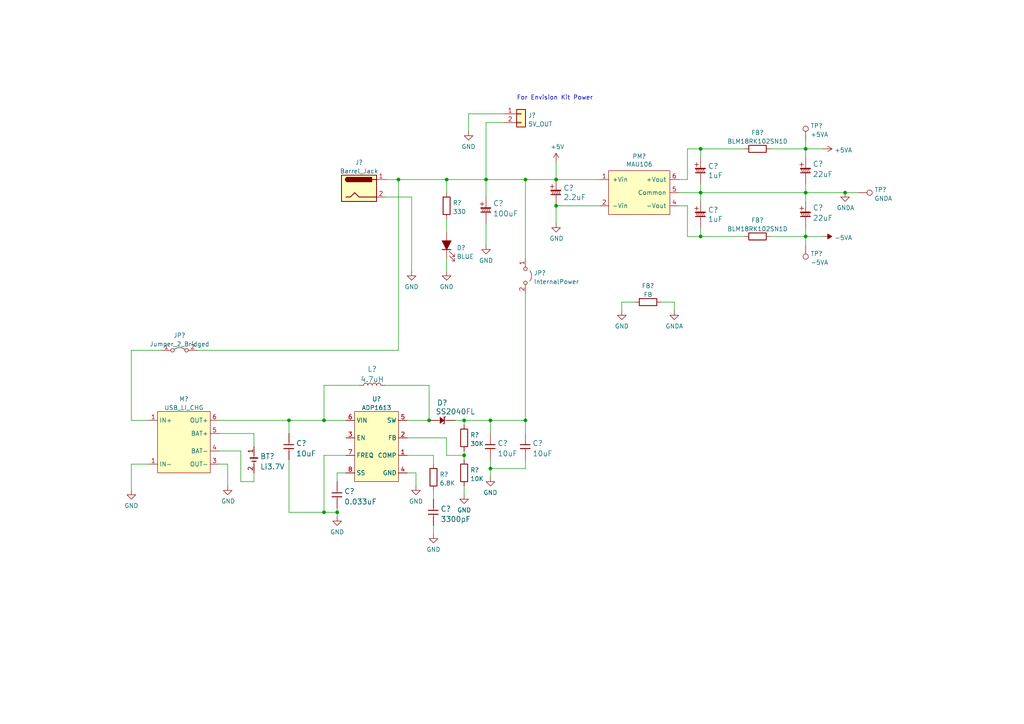
<source format=kicad_sch>
(kicad_sch (version 20211123) (generator eeschema)

  (uuid 9e7b1535-aa35-4829-a1f2-6d7bf1854c41)

  (paper "A4")

  (title_block
    (title "電源")
  )

  (lib_symbols
    (symbol "Akizuki:BATTERY" (pin_names (offset 1.016) hide) (in_bom yes) (on_board yes)
      (property "Reference" "BT" (id 0) (at 0 -7.62 0)
        (effects (font (size 1.524 1.524)))
      )
      (property "Value" "BATTERY" (id 1) (at 0 6.35 0)
        (effects (font (size 1.524 1.524)))
      )
      (property "Footprint" "" (id 2) (at 0 0.127 0)
        (effects (font (size 1.524 1.524)))
      )
      (property "Datasheet" "" (id 3) (at 0 0.127 0)
        (effects (font (size 1.524 1.524)))
      )
      (property "ki_fp_filters" "RAD-0.2" (id 4) (at 0 0 0)
        (effects (font (size 1.27 1.27)) hide)
      )
      (symbol "BATTERY_0_1"
        (rectangle (start -1.143 0.635) (end 1.143 0.381)
          (stroke (width 0) (type default) (color 0 0 0 0))
          (fill (type outline))
        )
        (rectangle (start -0.635 -0.381) (end 0.635 -0.508)
          (stroke (width 0) (type default) (color 0 0 0 0))
          (fill (type none))
        )
        (polyline
          (pts
            (xy 0 -0.508)
            (xy 0 -1.27)
          )
          (stroke (width 0) (type default) (color 0 0 0 0))
          (fill (type none))
        )
        (polyline
          (pts
            (xy 0 1.27)
            (xy 0 0.635)
          )
          (stroke (width 0) (type default) (color 0 0 0 0))
          (fill (type none))
        )
      )
      (symbol "BATTERY_1_1"
        (pin input line (at 0 3.81 270) (length 2.54)
          (name "+" (effects (font (size 1.27 1.27))))
          (number "1" (effects (font (size 1.27 1.27))))
        )
        (pin input line (at 0 -3.81 90) (length 2.54)
          (name "-" (effects (font (size 1.27 1.27))))
          (number "2" (effects (font (size 1.27 1.27))))
        )
      )
    )
    (symbol "Akizuki:C" (pin_numbers hide) (pin_names (offset 1.016) hide) (in_bom yes) (on_board yes)
      (property "Reference" "C" (id 0) (at 2.54 2.54 0)
        (effects (font (size 1.524 1.524)))
      )
      (property "Value" "C" (id 1) (at -2.54 -2.54 0)
        (effects (font (size 1.524 1.524)))
      )
      (property "Footprint" "" (id 2) (at 0 0 90)
        (effects (font (size 1.524 1.524)) hide)
      )
      (property "Datasheet" "" (id 3) (at 0 0 90)
        (effects (font (size 1.524 1.524)) hide)
      )
      (property "ki_fp_filters" "RAD-0.2 1608" (id 4) (at 0 0 0)
        (effects (font (size 1.27 1.27)) hide)
      )
      (symbol "C_0_1"
        (rectangle (start -1.524 -0.508) (end 1.397 -0.635)
          (stroke (width 0) (type default) (color 0 0 0 0))
          (fill (type none))
        )
        (rectangle (start -1.524 0.635) (end 1.397 0.508)
          (stroke (width 0) (type default) (color 0 0 0 0))
          (fill (type none))
        )
        (rectangle (start 0 -0.635) (end 0 -1.27)
          (stroke (width 0) (type default) (color 0 0 0 0))
          (fill (type none))
        )
        (rectangle (start 0 1.27) (end 0 0.635)
          (stroke (width 0) (type default) (color 0 0 0 0))
          (fill (type none))
        )
      )
      (symbol "C_1_1"
        (pin passive line (at 0 -3.81 90) (length 2.54)
          (name "~" (effects (font (size 1.27 1.27))))
          (number "1" (effects (font (size 1.27 1.27))))
        )
        (pin passive line (at 0 3.81 270) (length 2.54)
          (name "~" (effects (font (size 1.27 1.27))))
          (number "2" (effects (font (size 1.27 1.27))))
        )
      )
    )
    (symbol "Akizuki:CP" (pin_numbers hide) (pin_names (offset 1.016) hide) (in_bom yes) (on_board yes)
      (property "Reference" "C" (id 0) (at 2.54 2.54 0)
        (effects (font (size 1.524 1.524)))
      )
      (property "Value" "CP" (id 1) (at -2.54 -2.54 0)
        (effects (font (size 1.524 1.524)))
      )
      (property "Footprint" "" (id 2) (at 0 0 90)
        (effects (font (size 1.524 1.524)) hide)
      )
      (property "Datasheet" "" (id 3) (at 0 0 90)
        (effects (font (size 1.524 1.524)) hide)
      )
      (property "ki_fp_filters" "RAD-0.2" (id 4) (at 0 0 0)
        (effects (font (size 1.27 1.27)) hide)
      )
      (symbol "CP_0_0"
        (text "+" (at -1.143 1.905 0)
          (effects (font (size 1.524 1.524)))
        )
      )
      (symbol "CP_0_1"
        (rectangle (start -1.524 -0.508) (end 1.397 -0.635)
          (stroke (width 0) (type default) (color 0 0 0 0))
          (fill (type none))
        )
        (rectangle (start -1.524 0.762) (end 1.397 0.508)
          (stroke (width 0) (type default) (color 0 0 0 0))
          (fill (type outline))
        )
        (rectangle (start 0 -0.635) (end 0 -1.27)
          (stroke (width 0) (type default) (color 0 0 0 0))
          (fill (type none))
        )
        (polyline
          (pts
            (xy -1.27 0.508)
            (xy -0.889 -0.508)
          )
          (stroke (width 0) (type default) (color 0 0 0 0))
          (fill (type none))
        )
        (polyline
          (pts
            (xy -0.762 0.508)
            (xy -0.381 -0.508)
          )
          (stroke (width 0) (type default) (color 0 0 0 0))
          (fill (type none))
        )
        (polyline
          (pts
            (xy -0.254 0.508)
            (xy 0.127 -0.508)
          )
          (stroke (width 0) (type default) (color 0 0 0 0))
          (fill (type none))
        )
        (polyline
          (pts
            (xy 0.254 0.508)
            (xy 0.635 -0.508)
          )
          (stroke (width 0) (type default) (color 0 0 0 0))
          (fill (type none))
        )
        (polyline
          (pts
            (xy 0.762 0.508)
            (xy 1.143 -0.508)
          )
          (stroke (width 0) (type default) (color 0 0 0 0))
          (fill (type none))
        )
        (rectangle (start 0 1.27) (end 0 0.762)
          (stroke (width 0) (type default) (color 0 0 0 0))
          (fill (type none))
        )
      )
      (symbol "CP_1_1"
        (pin passive line (at 0 3.81 270) (length 2.54)
          (name "~" (effects (font (size 1.27 1.27))))
          (number "1" (effects (font (size 1.27 1.27))))
        )
        (pin passive line (at 0 -3.81 90) (length 2.54)
          (name "~" (effects (font (size 1.27 1.27))))
          (number "2" (effects (font (size 1.27 1.27))))
        )
      )
    )
    (symbol "Akizuki:FB" (pin_numbers hide) (pin_names (offset 1.016)) (in_bom yes) (on_board yes)
      (property "Reference" "FB" (id 0) (at 0 2.54 0)
        (effects (font (size 1.27 1.27)))
      )
      (property "Value" "FB" (id 1) (at 0 -2.54 0)
        (effects (font (size 1.27 1.27)))
      )
      (property "Footprint" "" (id 2) (at 3.81 0 0)
        (effects (font (size 1.27 1.27)) hide)
      )
      (property "Datasheet" "" (id 3) (at 3.81 0 0)
        (effects (font (size 1.27 1.27)) hide)
      )
      (symbol "FB_1_1"
        (rectangle (start 2.54 -1.016) (end -2.54 1.016)
          (stroke (width 0.254) (type default) (color 0 0 0 0))
          (fill (type none))
        )
        (pin passive line (at -3.81 0 0) (length 1.27)
          (name "~" (effects (font (size 1.27 1.27))))
          (number "1" (effects (font (size 1.27 1.27))))
        )
        (pin passive line (at 3.81 0 180) (length 1.27)
          (name "~" (effects (font (size 1.27 1.27))))
          (number "2" (effects (font (size 1.27 1.27))))
        )
      )
    )
    (symbol "Akizuki:L" (pin_numbers hide) (pin_names (offset 1.016)) (in_bom yes) (on_board yes)
      (property "Reference" "L" (id 0) (at 2.54 1.27 0)
        (effects (font (size 1.524 1.524)))
      )
      (property "Value" "L" (id 1) (at -2.54 -1.27 0)
        (effects (font (size 1.524 1.524)))
      )
      (property "Footprint" "" (id 2) (at -0.127 -0.889 90)
        (effects (font (size 1.524 1.524)))
      )
      (property "Datasheet" "" (id 3) (at -0.127 -0.889 90)
        (effects (font (size 1.524 1.524)))
      )
      (property "ki_fp_filters" "RAD-0.2" (id 4) (at 0 0 0)
        (effects (font (size 1.27 1.27)) hide)
      )
      (symbol "L_0_0"
        (arc (start 0 -1.27) (mid -0.635 -1.905) (end 0 -2.54)
          (stroke (width 0) (type default) (color 0 0 0 0))
          (fill (type none))
        )
        (arc (start 0 0) (mid -0.635 -0.635) (end 0 -1.27)
          (stroke (width 0) (type default) (color 0 0 0 0))
          (fill (type none))
        )
        (arc (start 0 1.27) (mid -0.635 0.635) (end 0 0)
          (stroke (width 0) (type default) (color 0 0 0 0))
          (fill (type none))
        )
        (arc (start 0 2.54) (mid -0.635 1.905) (end 0 1.27)
          (stroke (width 0) (type default) (color 0 0 0 0))
          (fill (type none))
        )
      )
      (symbol "L_1_1"
        (pin passive line (at 0 -3.81 90) (length 1.27)
          (name "~" (effects (font (size 1.27 1.27))))
          (number "1" (effects (font (size 1.27 1.27))))
        )
        (pin passive line (at 0 3.81 270) (length 1.27)
          (name "~" (effects (font (size 1.27 1.27))))
          (number "2" (effects (font (size 1.27 1.27))))
        )
      )
    )
    (symbol "Akizuki:R" (pin_numbers hide) (pin_names (offset 0)) (in_bom yes) (on_board yes)
      (property "Reference" "R" (id 0) (at 0 2.54 0)
        (effects (font (size 1.27 1.27)))
      )
      (property "Value" "R" (id 1) (at 0 -2.54 0)
        (effects (font (size 1.27 1.27)))
      )
      (property "Footprint" "" (id 2) (at 0 -1.778 0)
        (effects (font (size 1.27 1.27)) hide)
      )
      (property "Datasheet" "" (id 3) (at 0 0 90)
        (effects (font (size 1.27 1.27)) hide)
      )
      (property "ki_keywords" "R DEV" (id 4) (at 0 0 0)
        (effects (font (size 1.27 1.27)) hide)
      )
      (property "ki_description" "Resistor" (id 5) (at 0 0 0)
        (effects (font (size 1.27 1.27)) hide)
      )
      (property "ki_fp_filters" "R_* Resistor_*" (id 6) (at 0 0 0)
        (effects (font (size 1.27 1.27)) hide)
      )
      (symbol "R_0_1"
        (rectangle (start 2.54 -1.016) (end -2.54 1.016)
          (stroke (width 0.254) (type default) (color 0 0 0 0))
          (fill (type none))
        )
      )
      (symbol "R_1_1"
        (pin passive line (at -3.81 0 0) (length 1.27)
          (name "~" (effects (font (size 1.27 1.27))))
          (number "1" (effects (font (size 1.27 1.27))))
        )
        (pin passive line (at 3.81 0 180) (length 1.27)
          (name "~" (effects (font (size 1.27 1.27))))
          (number "2" (effects (font (size 1.27 1.27))))
        )
      )
    )
    (symbol "Akizuki:Shotkey" (pin_numbers hide) (pin_names (offset 1.016)) (in_bom yes) (on_board yes)
      (property "Reference" "D" (id 0) (at 2.54 1.27 0)
        (effects (font (size 1.524 1.524)))
      )
      (property "Value" "Shotkey" (id 1) (at -3.81 -1.27 0)
        (effects (font (size 1.524 1.524)))
      )
      (property "Footprint" "" (id 2) (at -0.127 -0.889 90)
        (effects (font (size 1.524 1.524)))
      )
      (property "Datasheet" "" (id 3) (at -0.127 -0.889 90)
        (effects (font (size 1.524 1.524)))
      )
      (property "ki_fp_filters" "RAD-0.2" (id 4) (at 0 0 0)
        (effects (font (size 1.27 1.27)) hide)
      )
      (symbol "Shotkey_0_1"
        (rectangle (start -0.889 0.635) (end 0.889 0.508)
          (stroke (width 0) (type default) (color 0 0 0 0))
          (fill (type none))
        )
        (polyline
          (pts
            (xy 0 -1.27)
            (xy 0 -0.635)
          )
          (stroke (width 0) (type default) (color 0 0 0 0))
          (fill (type none))
        )
        (polyline
          (pts
            (xy 0 1.27)
            (xy 0 0.635)
          )
          (stroke (width 0) (type default) (color 0 0 0 0))
          (fill (type none))
        )
        (polyline
          (pts
            (xy -0.889 0.508)
            (xy -1.016 0.508)
            (xy -1.016 1.016)
            (xy -0.889 0.635)
          )
          (stroke (width 0) (type default) (color 0 0 0 0))
          (fill (type none))
        )
        (polyline
          (pts
            (xy 0 0.508)
            (xy -0.889 -0.635)
            (xy 0.889 -0.635)
            (xy 0 0.508)
          )
          (stroke (width 0) (type default) (color 0 0 0 0))
          (fill (type outline))
        )
        (polyline
          (pts
            (xy 0.889 0.635)
            (xy 1.016 0.635)
            (xy 1.016 0.127)
            (xy 0.889 0.508)
          )
          (stroke (width 0) (type default) (color 0 0 0 0))
          (fill (type none))
        )
      )
      (symbol "Shotkey_1_1"
        (pin passive line (at 0 3.81 270) (length 2.54)
          (name "~" (effects (font (size 1.27 1.27))))
          (number "1" (effects (font (size 1.27 1.27))))
        )
        (pin passive line (at 0 -3.81 90) (length 2.54)
          (name "~" (effects (font (size 1.27 1.27))))
          (number "2" (effects (font (size 1.27 1.27))))
        )
      )
    )
    (symbol "Analog:ADP1613" (in_bom yes) (on_board yes)
      (property "Reference" "U" (id 0) (at 0 11.43 0)
        (effects (font (size 1.27 1.27)))
      )
      (property "Value" "ADP1613" (id 1) (at 0 -11.43 0)
        (effects (font (size 1.27 1.27)))
      )
      (property "Footprint" "Package_SO:MSOP-8-1EP_3x3mm_P0.65mm_EP1.68x1.88mm" (id 2) (at 0 0 0)
        (effects (font (size 1.27 1.27)) hide)
      )
      (property "Datasheet" "" (id 3) (at 0 0 0)
        (effects (font (size 1.27 1.27)) hide)
      )
      (property "ki_keywords" "ANALOG DEVICES" (id 4) (at 0 0 0)
        (effects (font (size 1.27 1.27)) hide)
      )
      (property "ki_description" "650 kHz /1.3 MHz Step-Up PWM DC-to-DC Switching Converters" (id 5) (at 0 0 0)
        (effects (font (size 1.27 1.27)) hide)
      )
      (symbol "ADP1613_0_1"
        (rectangle (start -6.35 10.16) (end 6.35 -10.16)
          (stroke (width 0.1524) (type default) (color 0 0 0 0))
          (fill (type background))
        )
      )
      (symbol "ADP1613_1_1"
        (pin input line (at 8.89 -2.54 180) (length 2.54)
          (name "COMP" (effects (font (size 1.27 1.27))))
          (number "1" (effects (font (size 1.27 1.27))))
        )
        (pin input line (at 8.89 2.54 180) (length 2.54)
          (name "FB" (effects (font (size 1.27 1.27))))
          (number "2" (effects (font (size 1.27 1.27))))
        )
        (pin input line (at -8.89 2.54 0) (length 2.54)
          (name "EN" (effects (font (size 1.27 1.27))))
          (number "3" (effects (font (size 1.27 1.27))))
        )
        (pin power_in line (at 8.89 -7.62 180) (length 2.54)
          (name "GND" (effects (font (size 1.27 1.27))))
          (number "4" (effects (font (size 1.27 1.27))))
        )
        (pin output line (at 8.89 7.62 180) (length 2.54)
          (name "SW" (effects (font (size 1.27 1.27))))
          (number "5" (effects (font (size 1.27 1.27))))
        )
        (pin power_in line (at -8.89 7.62 0) (length 2.54)
          (name "VIN" (effects (font (size 1.27 1.27))))
          (number "6" (effects (font (size 1.27 1.27))))
        )
        (pin input line (at -8.89 -2.54 0) (length 2.54)
          (name "FREQ" (effects (font (size 1.27 1.27))))
          (number "7" (effects (font (size 1.27 1.27))))
        )
        (pin input line (at -8.89 -7.62 0) (length 2.54)
          (name "SS" (effects (font (size 1.27 1.27))))
          (number "8" (effects (font (size 1.27 1.27))))
        )
      )
    )
    (symbol "Analog:USB_LI_CHG" (in_bom yes) (on_board yes)
      (property "Reference" "M" (id 0) (at 0 10.16 0)
        (effects (font (size 1.27 1.27)))
      )
      (property "Value" "USB_LI_CHG" (id 1) (at 0 -10.16 0)
        (effects (font (size 1.27 1.27)))
      )
      (property "Footprint" "" (id 2) (at -2.54 0 0)
        (effects (font (size 1.27 1.27)) hide)
      )
      (property "Datasheet" "" (id 3) (at -2.54 0 0)
        (effects (font (size 1.27 1.27)) hide)
      )
      (property "ki_description" "USB input Li-Baterry Chager Module" (id 4) (at 0 0 0)
        (effects (font (size 1.27 1.27)) hide)
      )
      (symbol "USB_LI_CHG_0_1"
        (rectangle (start -7.62 8.89) (end 7.62 -8.89)
          (stroke (width 0.1524) (type default) (color 0 0 0 0))
          (fill (type background))
        )
      )
      (symbol "USB_LI_CHG_1_1"
        (pin input line (at -10.16 6.35 0) (length 2.54)
          (name "IN+" (effects (font (size 1.27 1.27))))
          (number "1" (effects (font (size 1.27 1.27))))
        )
        (pin input line (at -10.16 -6.35 0) (length 2.54)
          (name "IN-" (effects (font (size 1.27 1.27))))
          (number "1" (effects (font (size 1.27 1.27))))
        )
        (pin output line (at 10.16 -6.35 180) (length 2.54)
          (name "OUT-" (effects (font (size 1.27 1.27))))
          (number "3" (effects (font (size 1.27 1.27))))
        )
        (pin output line (at 10.16 -2.54 180) (length 2.54)
          (name "BAT-" (effects (font (size 1.27 1.27))))
          (number "4" (effects (font (size 1.27 1.27))))
        )
        (pin output line (at 10.16 2.54 180) (length 2.54)
          (name "BAT+" (effects (font (size 1.27 1.27))))
          (number "5" (effects (font (size 1.27 1.27))))
        )
        (pin output line (at 10.16 6.35 180) (length 2.54)
          (name "OUT+" (effects (font (size 1.27 1.27))))
          (number "6" (effects (font (size 1.27 1.27))))
        )
      )
    )
    (symbol "Connector:Barrel_Jack" (pin_names (offset 1.016)) (in_bom yes) (on_board yes)
      (property "Reference" "J" (id 0) (at 0 5.334 0)
        (effects (font (size 1.27 1.27)))
      )
      (property "Value" "Barrel_Jack" (id 1) (at 0 -5.08 0)
        (effects (font (size 1.27 1.27)))
      )
      (property "Footprint" "" (id 2) (at 1.27 -1.016 0)
        (effects (font (size 1.27 1.27)) hide)
      )
      (property "Datasheet" "~" (id 3) (at 1.27 -1.016 0)
        (effects (font (size 1.27 1.27)) hide)
      )
      (property "ki_keywords" "DC power barrel jack connector" (id 4) (at 0 0 0)
        (effects (font (size 1.27 1.27)) hide)
      )
      (property "ki_description" "DC Barrel Jack" (id 5) (at 0 0 0)
        (effects (font (size 1.27 1.27)) hide)
      )
      (property "ki_fp_filters" "BarrelJack*" (id 6) (at 0 0 0)
        (effects (font (size 1.27 1.27)) hide)
      )
      (symbol "Barrel_Jack_0_1"
        (rectangle (start -5.08 3.81) (end 5.08 -3.81)
          (stroke (width 0.254) (type default) (color 0 0 0 0))
          (fill (type background))
        )
        (arc (start -3.302 3.175) (mid -3.937 2.54) (end -3.302 1.905)
          (stroke (width 0.254) (type default) (color 0 0 0 0))
          (fill (type none))
        )
        (arc (start -3.302 3.175) (mid -3.937 2.54) (end -3.302 1.905)
          (stroke (width 0.254) (type default) (color 0 0 0 0))
          (fill (type outline))
        )
        (polyline
          (pts
            (xy 5.08 2.54)
            (xy 3.81 2.54)
          )
          (stroke (width 0.254) (type default) (color 0 0 0 0))
          (fill (type none))
        )
        (polyline
          (pts
            (xy -3.81 -2.54)
            (xy -2.54 -2.54)
            (xy -1.27 -1.27)
            (xy 0 -2.54)
            (xy 2.54 -2.54)
            (xy 5.08 -2.54)
          )
          (stroke (width 0.254) (type default) (color 0 0 0 0))
          (fill (type none))
        )
        (rectangle (start 3.683 3.175) (end -3.302 1.905)
          (stroke (width 0.254) (type default) (color 0 0 0 0))
          (fill (type outline))
        )
      )
      (symbol "Barrel_Jack_1_1"
        (pin passive line (at 7.62 2.54 180) (length 2.54)
          (name "~" (effects (font (size 1.27 1.27))))
          (number "1" (effects (font (size 1.27 1.27))))
        )
        (pin passive line (at 7.62 -2.54 180) (length 2.54)
          (name "~" (effects (font (size 1.27 1.27))))
          (number "2" (effects (font (size 1.27 1.27))))
        )
      )
    )
    (symbol "Connector:TestPoint" (pin_numbers hide) (pin_names (offset 0.762) hide) (in_bom yes) (on_board yes)
      (property "Reference" "TP" (id 0) (at 0 6.858 0)
        (effects (font (size 1.27 1.27)))
      )
      (property "Value" "TestPoint" (id 1) (at 0 5.08 0)
        (effects (font (size 1.27 1.27)))
      )
      (property "Footprint" "" (id 2) (at 5.08 0 0)
        (effects (font (size 1.27 1.27)) hide)
      )
      (property "Datasheet" "~" (id 3) (at 5.08 0 0)
        (effects (font (size 1.27 1.27)) hide)
      )
      (property "ki_keywords" "test point tp" (id 4) (at 0 0 0)
        (effects (font (size 1.27 1.27)) hide)
      )
      (property "ki_description" "test point" (id 5) (at 0 0 0)
        (effects (font (size 1.27 1.27)) hide)
      )
      (property "ki_fp_filters" "Pin* Test*" (id 6) (at 0 0 0)
        (effects (font (size 1.27 1.27)) hide)
      )
      (symbol "TestPoint_0_1"
        (circle (center 0 3.302) (radius 0.762)
          (stroke (width 0) (type default) (color 0 0 0 0))
          (fill (type none))
        )
      )
      (symbol "TestPoint_1_1"
        (pin passive line (at 0 0 90) (length 2.54)
          (name "1" (effects (font (size 1.27 1.27))))
          (number "1" (effects (font (size 1.27 1.27))))
        )
      )
    )
    (symbol "Connector_Generic:Conn_01x02" (pin_names (offset 1.016) hide) (in_bom yes) (on_board yes)
      (property "Reference" "J" (id 0) (at 0 2.54 0)
        (effects (font (size 1.27 1.27)))
      )
      (property "Value" "Conn_01x02" (id 1) (at 0 -5.08 0)
        (effects (font (size 1.27 1.27)))
      )
      (property "Footprint" "" (id 2) (at 0 0 0)
        (effects (font (size 1.27 1.27)) hide)
      )
      (property "Datasheet" "~" (id 3) (at 0 0 0)
        (effects (font (size 1.27 1.27)) hide)
      )
      (property "ki_keywords" "connector" (id 4) (at 0 0 0)
        (effects (font (size 1.27 1.27)) hide)
      )
      (property "ki_description" "Generic connector, single row, 01x02, script generated (kicad-library-utils/schlib/autogen/connector/)" (id 5) (at 0 0 0)
        (effects (font (size 1.27 1.27)) hide)
      )
      (property "ki_fp_filters" "Connector*:*_1x??_*" (id 6) (at 0 0 0)
        (effects (font (size 1.27 1.27)) hide)
      )
      (symbol "Conn_01x02_1_1"
        (rectangle (start -1.27 -2.413) (end 0 -2.667)
          (stroke (width 0.1524) (type default) (color 0 0 0 0))
          (fill (type none))
        )
        (rectangle (start -1.27 0.127) (end 0 -0.127)
          (stroke (width 0.1524) (type default) (color 0 0 0 0))
          (fill (type none))
        )
        (rectangle (start -1.27 1.27) (end 1.27 -3.81)
          (stroke (width 0.254) (type default) (color 0 0 0 0))
          (fill (type background))
        )
        (pin passive line (at -5.08 0 0) (length 3.81)
          (name "Pin_1" (effects (font (size 1.27 1.27))))
          (number "1" (effects (font (size 1.27 1.27))))
        )
        (pin passive line (at -5.08 -2.54 0) (length 3.81)
          (name "Pin_2" (effects (font (size 1.27 1.27))))
          (number "2" (effects (font (size 1.27 1.27))))
        )
      )
    )
    (symbol "Device:LED_Filled" (pin_numbers hide) (pin_names (offset 1.016) hide) (in_bom yes) (on_board yes)
      (property "Reference" "D" (id 0) (at 0 2.54 0)
        (effects (font (size 1.27 1.27)))
      )
      (property "Value" "LED_Filled" (id 1) (at 0 -2.54 0)
        (effects (font (size 1.27 1.27)))
      )
      (property "Footprint" "" (id 2) (at 0 0 0)
        (effects (font (size 1.27 1.27)) hide)
      )
      (property "Datasheet" "~" (id 3) (at 0 0 0)
        (effects (font (size 1.27 1.27)) hide)
      )
      (property "ki_keywords" "LED diode" (id 4) (at 0 0 0)
        (effects (font (size 1.27 1.27)) hide)
      )
      (property "ki_description" "Light emitting diode, filled shape" (id 5) (at 0 0 0)
        (effects (font (size 1.27 1.27)) hide)
      )
      (property "ki_fp_filters" "LED* LED_SMD:* LED_THT:*" (id 6) (at 0 0 0)
        (effects (font (size 1.27 1.27)) hide)
      )
      (symbol "LED_Filled_0_1"
        (polyline
          (pts
            (xy -1.27 -1.27)
            (xy -1.27 1.27)
          )
          (stroke (width 0.254) (type default) (color 0 0 0 0))
          (fill (type none))
        )
        (polyline
          (pts
            (xy -1.27 0)
            (xy 1.27 0)
          )
          (stroke (width 0) (type default) (color 0 0 0 0))
          (fill (type none))
        )
        (polyline
          (pts
            (xy 1.27 -1.27)
            (xy 1.27 1.27)
            (xy -1.27 0)
            (xy 1.27 -1.27)
          )
          (stroke (width 0.254) (type default) (color 0 0 0 0))
          (fill (type outline))
        )
        (polyline
          (pts
            (xy -3.048 -0.762)
            (xy -4.572 -2.286)
            (xy -3.81 -2.286)
            (xy -4.572 -2.286)
            (xy -4.572 -1.524)
          )
          (stroke (width 0) (type default) (color 0 0 0 0))
          (fill (type none))
        )
        (polyline
          (pts
            (xy -1.778 -0.762)
            (xy -3.302 -2.286)
            (xy -2.54 -2.286)
            (xy -3.302 -2.286)
            (xy -3.302 -1.524)
          )
          (stroke (width 0) (type default) (color 0 0 0 0))
          (fill (type none))
        )
      )
      (symbol "LED_Filled_1_1"
        (pin passive line (at -3.81 0 0) (length 2.54)
          (name "K" (effects (font (size 1.27 1.27))))
          (number "1" (effects (font (size 1.27 1.27))))
        )
        (pin passive line (at 3.81 0 180) (length 2.54)
          (name "A" (effects (font (size 1.27 1.27))))
          (number "2" (effects (font (size 1.27 1.27))))
        )
      )
    )
    (symbol "Jumper:Jumper_2_Bridged" (pin_names (offset 0) hide) (in_bom yes) (on_board yes)
      (property "Reference" "JP" (id 0) (at 0 1.905 0)
        (effects (font (size 1.27 1.27)))
      )
      (property "Value" "Jumper_2_Bridged" (id 1) (at 0 -2.54 0)
        (effects (font (size 1.27 1.27)))
      )
      (property "Footprint" "" (id 2) (at 0 0 0)
        (effects (font (size 1.27 1.27)) hide)
      )
      (property "Datasheet" "~" (id 3) (at 0 0 0)
        (effects (font (size 1.27 1.27)) hide)
      )
      (property "ki_keywords" "Jumper SPST" (id 4) (at 0 0 0)
        (effects (font (size 1.27 1.27)) hide)
      )
      (property "ki_description" "Jumper, 2-pole, closed/bridged" (id 5) (at 0 0 0)
        (effects (font (size 1.27 1.27)) hide)
      )
      (property "ki_fp_filters" "Jumper* TestPoint*2Pads* TestPoint*Bridge*" (id 6) (at 0 0 0)
        (effects (font (size 1.27 1.27)) hide)
      )
      (symbol "Jumper_2_Bridged_0_0"
        (circle (center -2.032 0) (radius 0.508)
          (stroke (width 0) (type default) (color 0 0 0 0))
          (fill (type none))
        )
        (circle (center 2.032 0) (radius 0.508)
          (stroke (width 0) (type default) (color 0 0 0 0))
          (fill (type none))
        )
      )
      (symbol "Jumper_2_Bridged_0_1"
        (arc (start 1.524 0.254) (mid 0 0.762) (end -1.524 0.254)
          (stroke (width 0) (type default) (color 0 0 0 0))
          (fill (type none))
        )
      )
      (symbol "Jumper_2_Bridged_1_1"
        (pin passive line (at -5.08 0 0) (length 2.54)
          (name "A" (effects (font (size 1.27 1.27))))
          (number "1" (effects (font (size 1.27 1.27))))
        )
        (pin passive line (at 5.08 0 180) (length 2.54)
          (name "B" (effects (font (size 1.27 1.27))))
          (number "2" (effects (font (size 1.27 1.27))))
        )
      )
    )
    (symbol "Jumper:Jumper_2_Open" (pin_names (offset 0) hide) (in_bom yes) (on_board yes)
      (property "Reference" "JP" (id 0) (at 0 2.794 0)
        (effects (font (size 1.27 1.27)))
      )
      (property "Value" "Jumper_2_Open" (id 1) (at 0 -2.286 0)
        (effects (font (size 1.27 1.27)))
      )
      (property "Footprint" "" (id 2) (at 0 0 0)
        (effects (font (size 1.27 1.27)) hide)
      )
      (property "Datasheet" "~" (id 3) (at 0 0 0)
        (effects (font (size 1.27 1.27)) hide)
      )
      (property "ki_keywords" "Jumper SPST" (id 4) (at 0 0 0)
        (effects (font (size 1.27 1.27)) hide)
      )
      (property "ki_description" "Jumper, 2-pole, open" (id 5) (at 0 0 0)
        (effects (font (size 1.27 1.27)) hide)
      )
      (property "ki_fp_filters" "Jumper* TestPoint*2Pads* TestPoint*Bridge*" (id 6) (at 0 0 0)
        (effects (font (size 1.27 1.27)) hide)
      )
      (symbol "Jumper_2_Open_0_0"
        (circle (center -2.032 0) (radius 0.508)
          (stroke (width 0) (type default) (color 0 0 0 0))
          (fill (type none))
        )
        (circle (center 2.032 0) (radius 0.508)
          (stroke (width 0) (type default) (color 0 0 0 0))
          (fill (type none))
        )
      )
      (symbol "Jumper_2_Open_0_1"
        (arc (start 1.524 1.27) (mid 0 1.778) (end -1.524 1.27)
          (stroke (width 0) (type default) (color 0 0 0 0))
          (fill (type none))
        )
      )
      (symbol "Jumper_2_Open_1_1"
        (pin passive line (at -5.08 0 0) (length 2.54)
          (name "A" (effects (font (size 1.27 1.27))))
          (number "1" (effects (font (size 1.27 1.27))))
        )
        (pin passive line (at 5.08 0 180) (length 2.54)
          (name "B" (effects (font (size 1.27 1.27))))
          (number "2" (effects (font (size 1.27 1.27))))
        )
      )
    )
    (symbol "akizuki:C-POL" (pin_numbers hide) (pin_names (offset 1.016) hide) (in_bom yes) (on_board yes)
      (property "Reference" "C" (id 0) (at 2.54 2.54 0)
        (effects (font (size 1.524 1.524)))
      )
      (property "Value" "akizuki_C-POL" (id 1) (at -2.54 -2.54 0)
        (effects (font (size 1.524 1.524)))
      )
      (property "Footprint" "" (id 2) (at 0 0 90)
        (effects (font (size 1.524 1.524)))
      )
      (property "Datasheet" "" (id 3) (at 0 0 90)
        (effects (font (size 1.524 1.524)))
      )
      (property "ki_fp_filters" "RAD-0.2" (id 4) (at 0 0 0)
        (effects (font (size 1.27 1.27)) hide)
      )
      (symbol "C-POL_0_0"
        (text "+" (at -1.143 1.905 0)
          (effects (font (size 1.524 1.524)))
        )
      )
      (symbol "C-POL_0_1"
        (rectangle (start -1.524 -0.508) (end 1.397 -0.635)
          (stroke (width 0) (type default) (color 0 0 0 0))
          (fill (type none))
        )
        (rectangle (start -1.524 0.762) (end 1.397 0.508)
          (stroke (width 0) (type default) (color 0 0 0 0))
          (fill (type outline))
        )
        (rectangle (start 0 -0.635) (end 0 -1.27)
          (stroke (width 0) (type default) (color 0 0 0 0))
          (fill (type none))
        )
        (polyline
          (pts
            (xy -1.27 0.508)
            (xy -0.889 -0.508)
          )
          (stroke (width 0) (type default) (color 0 0 0 0))
          (fill (type none))
        )
        (polyline
          (pts
            (xy -0.762 0.508)
            (xy -0.381 -0.508)
          )
          (stroke (width 0) (type default) (color 0 0 0 0))
          (fill (type none))
        )
        (polyline
          (pts
            (xy -0.254 0.508)
            (xy 0.127 -0.508)
          )
          (stroke (width 0) (type default) (color 0 0 0 0))
          (fill (type none))
        )
        (polyline
          (pts
            (xy 0.254 0.508)
            (xy 0.635 -0.508)
          )
          (stroke (width 0) (type default) (color 0 0 0 0))
          (fill (type none))
        )
        (polyline
          (pts
            (xy 0.762 0.508)
            (xy 1.143 -0.508)
          )
          (stroke (width 0) (type default) (color 0 0 0 0))
          (fill (type none))
        )
        (rectangle (start 0 1.27) (end 0 0.762)
          (stroke (width 0) (type default) (color 0 0 0 0))
          (fill (type none))
        )
      )
      (symbol "C-POL_1_1"
        (pin passive line (at 0 -3.81 90) (length 2.54)
          (name "~" (effects (font (size 1.27 1.27))))
          (number "1" (effects (font (size 1.27 1.27))))
        )
        (pin passive line (at 0 3.81 270) (length 2.54)
          (name "~" (effects (font (size 1.27 1.27))))
          (number "2" (effects (font (size 1.27 1.27))))
        )
      )
    )
    (symbol "akizuki:MAU106" (pin_names (offset 1.016)) (in_bom yes) (on_board yes)
      (property "Reference" "PM" (id 0) (at 0 7.62 0)
        (effects (font (size 1.27 1.27)))
      )
      (property "Value" "akizuki_MAU106" (id 1) (at 0 -7.62 0)
        (effects (font (size 1.27 1.27)))
      )
      (property "Footprint" "" (id 2) (at 0 0 0)
        (effects (font (size 1.27 1.27)) hide)
      )
      (property "Datasheet" "" (id 3) (at 0 0 0)
        (effects (font (size 1.27 1.27)) hide)
      )
      (symbol "MAU106_0_1"
        (rectangle (start -8.89 6.35) (end 8.89 -6.35)
          (stroke (width 0) (type default) (color 0 0 0 0))
          (fill (type background))
        )
      )
      (symbol "MAU106_1_1"
        (pin power_in line (at -11.43 3.81 0) (length 2.54)
          (name "+Vin" (effects (font (size 1.27 1.27))))
          (number "1" (effects (font (size 1.27 1.27))))
        )
        (pin power_in line (at -11.43 -3.81 0) (length 2.54)
          (name "-Vin" (effects (font (size 1.27 1.27))))
          (number "2" (effects (font (size 1.27 1.27))))
        )
        (pin power_out line (at 11.43 -3.81 180) (length 2.54)
          (name "-Vout" (effects (font (size 1.27 1.27))))
          (number "4" (effects (font (size 1.27 1.27))))
        )
        (pin power_out line (at 11.43 0 180) (length 2.54)
          (name "Common" (effects (font (size 1.27 1.27))))
          (number "5" (effects (font (size 1.27 1.27))))
        )
        (pin power_out line (at 11.43 3.81 180) (length 2.54)
          (name "+Vout" (effects (font (size 1.27 1.27))))
          (number "6" (effects (font (size 1.27 1.27))))
        )
      )
    )
    (symbol "power:+5V" (power) (pin_names (offset 0)) (in_bom yes) (on_board yes)
      (property "Reference" "#PWR" (id 0) (at 0 -3.81 0)
        (effects (font (size 1.27 1.27)) hide)
      )
      (property "Value" "+5V" (id 1) (at 0 3.556 0)
        (effects (font (size 1.27 1.27)))
      )
      (property "Footprint" "" (id 2) (at 0 0 0)
        (effects (font (size 1.27 1.27)) hide)
      )
      (property "Datasheet" "" (id 3) (at 0 0 0)
        (effects (font (size 1.27 1.27)) hide)
      )
      (property "ki_keywords" "power-flag" (id 4) (at 0 0 0)
        (effects (font (size 1.27 1.27)) hide)
      )
      (property "ki_description" "Power symbol creates a global label with name \"+5V\"" (id 5) (at 0 0 0)
        (effects (font (size 1.27 1.27)) hide)
      )
      (symbol "+5V_0_1"
        (polyline
          (pts
            (xy -0.762 1.27)
            (xy 0 2.54)
          )
          (stroke (width 0) (type default) (color 0 0 0 0))
          (fill (type none))
        )
        (polyline
          (pts
            (xy 0 0)
            (xy 0 2.54)
          )
          (stroke (width 0) (type default) (color 0 0 0 0))
          (fill (type none))
        )
        (polyline
          (pts
            (xy 0 2.54)
            (xy 0.762 1.27)
          )
          (stroke (width 0) (type default) (color 0 0 0 0))
          (fill (type none))
        )
      )
      (symbol "+5V_1_1"
        (pin power_in line (at 0 0 90) (length 0) hide
          (name "+5V" (effects (font (size 1.27 1.27))))
          (number "1" (effects (font (size 1.27 1.27))))
        )
      )
    )
    (symbol "power:+5VA" (power) (pin_names (offset 0)) (in_bom yes) (on_board yes)
      (property "Reference" "#PWR" (id 0) (at 0 -3.81 0)
        (effects (font (size 1.27 1.27)) hide)
      )
      (property "Value" "+5VA" (id 1) (at 0 3.556 0)
        (effects (font (size 1.27 1.27)))
      )
      (property "Footprint" "" (id 2) (at 0 0 0)
        (effects (font (size 1.27 1.27)) hide)
      )
      (property "Datasheet" "" (id 3) (at 0 0 0)
        (effects (font (size 1.27 1.27)) hide)
      )
      (property "ki_keywords" "power-flag" (id 4) (at 0 0 0)
        (effects (font (size 1.27 1.27)) hide)
      )
      (property "ki_description" "Power symbol creates a global label with name \"+5VA\"" (id 5) (at 0 0 0)
        (effects (font (size 1.27 1.27)) hide)
      )
      (symbol "+5VA_0_1"
        (polyline
          (pts
            (xy -0.762 1.27)
            (xy 0 2.54)
          )
          (stroke (width 0) (type default) (color 0 0 0 0))
          (fill (type none))
        )
        (polyline
          (pts
            (xy 0 0)
            (xy 0 2.54)
          )
          (stroke (width 0) (type default) (color 0 0 0 0))
          (fill (type none))
        )
        (polyline
          (pts
            (xy 0 2.54)
            (xy 0.762 1.27)
          )
          (stroke (width 0) (type default) (color 0 0 0 0))
          (fill (type none))
        )
      )
      (symbol "+5VA_1_1"
        (pin power_in line (at 0 0 90) (length 0) hide
          (name "+5VA" (effects (font (size 1.27 1.27))))
          (number "1" (effects (font (size 1.27 1.27))))
        )
      )
    )
    (symbol "power:-5VA" (power) (pin_names (offset 0)) (in_bom yes) (on_board yes)
      (property "Reference" "#PWR" (id 0) (at 0 2.54 0)
        (effects (font (size 1.27 1.27)) hide)
      )
      (property "Value" "-5VA" (id 1) (at 0 3.81 0)
        (effects (font (size 1.27 1.27)))
      )
      (property "Footprint" "" (id 2) (at 0 0 0)
        (effects (font (size 1.27 1.27)) hide)
      )
      (property "Datasheet" "" (id 3) (at 0 0 0)
        (effects (font (size 1.27 1.27)) hide)
      )
      (property "ki_keywords" "power-flag" (id 4) (at 0 0 0)
        (effects (font (size 1.27 1.27)) hide)
      )
      (property "ki_description" "Power symbol creates a global label with name \"-5VA\"" (id 5) (at 0 0 0)
        (effects (font (size 1.27 1.27)) hide)
      )
      (symbol "-5VA_0_0"
        (pin power_in line (at 0 0 90) (length 0) hide
          (name "-5VA" (effects (font (size 1.27 1.27))))
          (number "1" (effects (font (size 1.27 1.27))))
        )
      )
      (symbol "-5VA_0_1"
        (polyline
          (pts
            (xy 0 0)
            (xy 0 1.27)
            (xy 0.762 1.27)
            (xy 0 2.54)
            (xy -0.762 1.27)
            (xy 0 1.27)
          )
          (stroke (width 0) (type default) (color 0 0 0 0))
          (fill (type outline))
        )
      )
    )
    (symbol "power:GND" (power) (pin_names (offset 0)) (in_bom yes) (on_board yes)
      (property "Reference" "#PWR" (id 0) (at 0 -6.35 0)
        (effects (font (size 1.27 1.27)) hide)
      )
      (property "Value" "GND" (id 1) (at 0 -3.81 0)
        (effects (font (size 1.27 1.27)))
      )
      (property "Footprint" "" (id 2) (at 0 0 0)
        (effects (font (size 1.27 1.27)) hide)
      )
      (property "Datasheet" "" (id 3) (at 0 0 0)
        (effects (font (size 1.27 1.27)) hide)
      )
      (property "ki_keywords" "power-flag" (id 4) (at 0 0 0)
        (effects (font (size 1.27 1.27)) hide)
      )
      (property "ki_description" "Power symbol creates a global label with name \"GND\" , ground" (id 5) (at 0 0 0)
        (effects (font (size 1.27 1.27)) hide)
      )
      (symbol "GND_0_1"
        (polyline
          (pts
            (xy 0 0)
            (xy 0 -1.27)
            (xy 1.27 -1.27)
            (xy 0 -2.54)
            (xy -1.27 -1.27)
            (xy 0 -1.27)
          )
          (stroke (width 0) (type default) (color 0 0 0 0))
          (fill (type none))
        )
      )
      (symbol "GND_1_1"
        (pin power_in line (at 0 0 270) (length 0) hide
          (name "GND" (effects (font (size 1.27 1.27))))
          (number "1" (effects (font (size 1.27 1.27))))
        )
      )
    )
    (symbol "power:GNDA" (power) (pin_names (offset 0)) (in_bom yes) (on_board yes)
      (property "Reference" "#PWR" (id 0) (at 0 -6.35 0)
        (effects (font (size 1.27 1.27)) hide)
      )
      (property "Value" "GNDA" (id 1) (at 0 -3.81 0)
        (effects (font (size 1.27 1.27)))
      )
      (property "Footprint" "" (id 2) (at 0 0 0)
        (effects (font (size 1.27 1.27)) hide)
      )
      (property "Datasheet" "" (id 3) (at 0 0 0)
        (effects (font (size 1.27 1.27)) hide)
      )
      (property "ki_keywords" "power-flag" (id 4) (at 0 0 0)
        (effects (font (size 1.27 1.27)) hide)
      )
      (property "ki_description" "Power symbol creates a global label with name \"GNDA\" , analog ground" (id 5) (at 0 0 0)
        (effects (font (size 1.27 1.27)) hide)
      )
      (symbol "GNDA_0_1"
        (polyline
          (pts
            (xy 0 0)
            (xy 0 -1.27)
            (xy 1.27 -1.27)
            (xy 0 -2.54)
            (xy -1.27 -1.27)
            (xy 0 -1.27)
          )
          (stroke (width 0) (type default) (color 0 0 0 0))
          (fill (type none))
        )
      )
      (symbol "GNDA_1_1"
        (pin power_in line (at 0 0 270) (length 0) hide
          (name "GNDA" (effects (font (size 1.27 1.27))))
          (number "1" (effects (font (size 1.27 1.27))))
        )
      )
    )
  )

  (junction (at 152.4 121.92) (diameter 0) (color 0 0 0 0)
    (uuid 0221a4b2-4a59-4fbf-9495-0bb54a8a79e4)
  )
  (junction (at 93.98 121.92) (diameter 0) (color 0 0 0 0)
    (uuid 04434920-f249-4b22-8306-90c69fb32842)
  )
  (junction (at 245.11 55.88) (diameter 0) (color 0 0 0 0)
    (uuid 0b2eb403-9f9d-4260-a4c6-814c8136fd77)
  )
  (junction (at 203.2 43.18) (diameter 0) (color 0 0 0 0)
    (uuid 0d835ca2-fcb4-4a75-bf1f-f5e97f0cd813)
  )
  (junction (at 161.29 59.69) (diameter 0) (color 0 0 0 0)
    (uuid 0eb1c798-d72c-40ae-9543-f516da8502d1)
  )
  (junction (at 115.57 52.07) (diameter 0) (color 0 0 0 0)
    (uuid 1a81e75c-9753-4b2a-a26f-2578c5d7867f)
  )
  (junction (at 161.29 52.07) (diameter 0) (color 0 0 0 0)
    (uuid 1b9c1029-d484-4fa3-9ef5-1f130cf9a902)
  )
  (junction (at 124.46 121.92) (diameter 0) (color 0 0 0 0)
    (uuid 2c5f3129-e0cd-43fe-afad-b677bf741a53)
  )
  (junction (at 233.68 55.88) (diameter 0) (color 0 0 0 0)
    (uuid 302f8260-c690-48c5-87a2-d0f77cb55ddc)
  )
  (junction (at 97.79 148.59) (diameter 0) (color 0 0 0 0)
    (uuid 354f0054-5f3a-4867-a3f2-b3008e918feb)
  )
  (junction (at 233.68 68.58) (diameter 0) (color 0 0 0 0)
    (uuid 52dc2189-0a10-417b-be82-3bae54509826)
  )
  (junction (at 142.24 121.92) (diameter 0) (color 0 0 0 0)
    (uuid 558f3534-ccf0-4f55-a30b-02ac65d6dda6)
  )
  (junction (at 140.97 52.07) (diameter 0) (color 0 0 0 0)
    (uuid 63176ad9-4fdd-40e9-b39b-21fd59b5ea23)
  )
  (junction (at 134.62 121.92) (diameter 0) (color 0 0 0 0)
    (uuid 7ebdaa23-5fb1-454a-acc4-54c78462d126)
  )
  (junction (at 203.2 68.58) (diameter 0) (color 0 0 0 0)
    (uuid 8dbd0f09-5f66-493d-91e0-bd6fe6f89f3b)
  )
  (junction (at 93.98 148.59) (diameter 0) (color 0 0 0 0)
    (uuid 8f0b416e-fc69-46ef-b400-75be245bafc5)
  )
  (junction (at 152.4 52.07) (diameter 0) (color 0 0 0 0)
    (uuid 9ff28a05-15c9-413a-bdea-8bb656dd25ae)
  )
  (junction (at 83.82 121.92) (diameter 0) (color 0 0 0 0)
    (uuid a19dfe4c-2e37-46c3-9185-9e6ec877ef98)
  )
  (junction (at 129.54 52.07) (diameter 0) (color 0 0 0 0)
    (uuid b43c1a24-cc10-4353-b6d8-e5b5bb696014)
  )
  (junction (at 203.2 55.88) (diameter 0) (color 0 0 0 0)
    (uuid cc1ee3a3-4938-453a-bad6-0dcd32aea963)
  )
  (junction (at 134.62 132.08) (diameter 0) (color 0 0 0 0)
    (uuid ce3ff0d5-1c8f-48e6-bdf0-24502227be7b)
  )
  (junction (at 233.68 43.18) (diameter 0) (color 0 0 0 0)
    (uuid d66782b9-3ae4-477f-8d00-53762756329e)
  )
  (junction (at 142.24 135.89) (diameter 0) (color 0 0 0 0)
    (uuid f40a46cd-28a0-474f-a1f9-b0743e6ce9c6)
  )

  (wire (pts (xy 93.98 121.92) (xy 100.33 121.92))
    (stroke (width 0) (type default) (color 0 0 0 0))
    (uuid 03277b36-b903-4696-927e-2f281d9d5bbc)
  )
  (wire (pts (xy 140.97 64.77) (xy 140.97 71.12))
    (stroke (width 0) (type default) (color 0 0 0 0))
    (uuid 03a935b1-10aa-4123-a15a-a5050328949a)
  )
  (wire (pts (xy 129.54 132.08) (xy 134.62 132.08))
    (stroke (width 0) (type default) (color 0 0 0 0))
    (uuid 06e91ec5-f119-4adc-b9cb-a431ea550252)
  )
  (wire (pts (xy 233.68 53.34) (xy 233.68 55.88))
    (stroke (width 0) (type default) (color 0 0 0 0))
    (uuid 08b46391-87dd-4011-80b6-8265658f9e49)
  )
  (wire (pts (xy 196.85 59.69) (xy 199.39 59.69))
    (stroke (width 0) (type default) (color 0 0 0 0))
    (uuid 0a0bd02c-1461-4902-9075-0456630c6bc3)
  )
  (wire (pts (xy 233.68 68.58) (xy 238.76 68.58))
    (stroke (width 0) (type default) (color 0 0 0 0))
    (uuid 0d210baf-96a3-4cc1-9df8-2c11e19f2ba8)
  )
  (wire (pts (xy 38.1 121.92) (xy 38.1 101.6))
    (stroke (width 0) (type default) (color 0 0 0 0))
    (uuid 0d51f445-36ae-40ce-8f52-16dd72d9db25)
  )
  (wire (pts (xy 69.85 139.7) (xy 69.85 130.81))
    (stroke (width 0) (type default) (color 0 0 0 0))
    (uuid 0d9283ab-7873-43e6-b980-edf079a98b9d)
  )
  (wire (pts (xy 119.38 57.15) (xy 119.38 78.74))
    (stroke (width 0) (type default) (color 0 0 0 0))
    (uuid 135adb0f-bd0e-478e-a07a-363a6ddfadc4)
  )
  (wire (pts (xy 97.79 148.59) (xy 97.79 147.32))
    (stroke (width 0) (type default) (color 0 0 0 0))
    (uuid 1531d6c4-a0da-49ca-878b-afe2464a861b)
  )
  (wire (pts (xy 152.4 125.73) (xy 152.4 121.92))
    (stroke (width 0) (type default) (color 0 0 0 0))
    (uuid 1b0b0a8c-7262-4695-8cbb-a3bd438da699)
  )
  (wire (pts (xy 203.2 55.88) (xy 233.68 55.88))
    (stroke (width 0) (type default) (color 0 0 0 0))
    (uuid 20eee047-4ecd-4199-9a4e-a0dbf81aaccd)
  )
  (wire (pts (xy 120.65 137.16) (xy 120.65 140.97))
    (stroke (width 0) (type default) (color 0 0 0 0))
    (uuid 20f2208a-118a-4e77-8bac-5696f025e503)
  )
  (wire (pts (xy 43.18 121.92) (xy 38.1 121.92))
    (stroke (width 0) (type default) (color 0 0 0 0))
    (uuid 26947338-18e4-4d14-881f-b41aec4fb03f)
  )
  (wire (pts (xy 111.76 52.07) (xy 115.57 52.07))
    (stroke (width 0) (type default) (color 0 0 0 0))
    (uuid 270a6aff-c9b3-4d92-abae-3b2e1121a68c)
  )
  (wire (pts (xy 161.29 59.69) (xy 173.99 59.69))
    (stroke (width 0) (type default) (color 0 0 0 0))
    (uuid 28a2ad82-b2af-4240-a379-d0712f03c3f6)
  )
  (wire (pts (xy 142.24 121.92) (xy 152.4 121.92))
    (stroke (width 0) (type default) (color 0 0 0 0))
    (uuid 2d28c44d-52df-47b2-bd4f-c41269f23d05)
  )
  (wire (pts (xy 97.79 137.16) (xy 100.33 137.16))
    (stroke (width 0) (type default) (color 0 0 0 0))
    (uuid 3c8ccdf3-0ae3-4bc4-98b3-88b1e5f2d242)
  )
  (wire (pts (xy 66.04 134.62) (xy 66.04 140.97))
    (stroke (width 0) (type default) (color 0 0 0 0))
    (uuid 40dad33f-2a9d-4712-816b-4f94dff93153)
  )
  (wire (pts (xy 129.54 63.5) (xy 129.54 67.31))
    (stroke (width 0) (type default) (color 0 0 0 0))
    (uuid 4280af1a-1f95-439c-a6cb-a69b2a83af53)
  )
  (wire (pts (xy 248.92 55.88) (xy 245.11 55.88))
    (stroke (width 0) (type default) (color 0 0 0 0))
    (uuid 43250e51-921a-4cff-b95a-1a0eabd5be39)
  )
  (wire (pts (xy 161.29 59.69) (xy 161.29 64.77))
    (stroke (width 0) (type default) (color 0 0 0 0))
    (uuid 44fb8df0-bc14-4db9-85f5-f9729bdc7e2b)
  )
  (wire (pts (xy 63.5 125.73) (xy 73.66 125.73))
    (stroke (width 0) (type default) (color 0 0 0 0))
    (uuid 4560cd8f-e07f-45b0-b8c6-0ae6a9e0048d)
  )
  (wire (pts (xy 73.66 125.73) (xy 73.66 129.54))
    (stroke (width 0) (type default) (color 0 0 0 0))
    (uuid 475d55f1-f3fb-4c25-8e72-8bf0dffcdb30)
  )
  (wire (pts (xy 203.2 43.18) (xy 203.2 45.72))
    (stroke (width 0) (type default) (color 0 0 0 0))
    (uuid 477a7ad1-5f79-413b-bc15-7f8c37a8334d)
  )
  (wire (pts (xy 134.62 133.35) (xy 134.62 132.08))
    (stroke (width 0) (type default) (color 0 0 0 0))
    (uuid 47987731-ba2e-4fb5-9e07-b95440e8f192)
  )
  (wire (pts (xy 140.97 52.07) (xy 140.97 35.56))
    (stroke (width 0) (type default) (color 0 0 0 0))
    (uuid 4baca0ec-81d4-4adc-bd85-a86b3be64348)
  )
  (wire (pts (xy 63.5 134.62) (xy 66.04 134.62))
    (stroke (width 0) (type default) (color 0 0 0 0))
    (uuid 4c5ae7f1-d40c-42fd-bb7e-9a204cd25dac)
  )
  (wire (pts (xy 93.98 132.08) (xy 93.98 148.59))
    (stroke (width 0) (type default) (color 0 0 0 0))
    (uuid 4c6fa9cd-7bb0-43be-9063-a9c2dfbfc63b)
  )
  (wire (pts (xy 125.73 152.4) (xy 125.73 154.94))
    (stroke (width 0) (type default) (color 0 0 0 0))
    (uuid 4d2f2577-e9bd-4693-9592-69657902d7d3)
  )
  (wire (pts (xy 142.24 135.89) (xy 142.24 138.43))
    (stroke (width 0) (type default) (color 0 0 0 0))
    (uuid 4e3cc8d8-ab56-40ec-bf74-cbde2d670afc)
  )
  (wire (pts (xy 146.05 33.02) (xy 135.89 33.02))
    (stroke (width 0) (type default) (color 0 0 0 0))
    (uuid 4ed2da05-33bc-4404-9c8a-a416c39eb022)
  )
  (wire (pts (xy 43.18 134.62) (xy 38.1 134.62))
    (stroke (width 0) (type default) (color 0 0 0 0))
    (uuid 51b3b924-f940-4b8c-b04f-ef73b5032664)
  )
  (wire (pts (xy 69.85 130.81) (xy 63.5 130.81))
    (stroke (width 0) (type default) (color 0 0 0 0))
    (uuid 521068bc-bc9a-4e1d-a289-811fbc293f28)
  )
  (wire (pts (xy 134.62 121.92) (xy 132.08 121.92))
    (stroke (width 0) (type default) (color 0 0 0 0))
    (uuid 5385b7a5-334b-4d6f-ba27-4ad532bf4984)
  )
  (wire (pts (xy 196.85 55.88) (xy 203.2 55.88))
    (stroke (width 0) (type default) (color 0 0 0 0))
    (uuid 55831455-ef97-4baa-a403-cd8e89178617)
  )
  (wire (pts (xy 173.99 52.07) (xy 161.29 52.07))
    (stroke (width 0) (type default) (color 0 0 0 0))
    (uuid 58cc067d-c5d8-4a01-b872-a73d6a6d5d13)
  )
  (wire (pts (xy 142.24 121.92) (xy 134.62 121.92))
    (stroke (width 0) (type default) (color 0 0 0 0))
    (uuid 58dadefd-36b7-4d31-ab73-8aad1b0af726)
  )
  (wire (pts (xy 142.24 135.89) (xy 152.4 135.89))
    (stroke (width 0) (type default) (color 0 0 0 0))
    (uuid 5a1217de-2a73-4d55-bed1-77dc62235de8)
  )
  (wire (pts (xy 233.68 43.18) (xy 233.68 40.64))
    (stroke (width 0) (type default) (color 0 0 0 0))
    (uuid 5f9a5c47-f193-4620-a709-04d5904c6389)
  )
  (wire (pts (xy 111.76 57.15) (xy 119.38 57.15))
    (stroke (width 0) (type default) (color 0 0 0 0))
    (uuid 6004c0ce-f391-452c-a7ce-8951b7ee213d)
  )
  (wire (pts (xy 97.79 139.7) (xy 97.79 137.16))
    (stroke (width 0) (type default) (color 0 0 0 0))
    (uuid 60916f34-aea8-4e75-a14a-0ed17de7f102)
  )
  (wire (pts (xy 63.5 121.92) (xy 83.82 121.92))
    (stroke (width 0) (type default) (color 0 0 0 0))
    (uuid 67e4be11-185a-4daf-b598-5396ccdccdf1)
  )
  (wire (pts (xy 73.66 139.7) (xy 69.85 139.7))
    (stroke (width 0) (type default) (color 0 0 0 0))
    (uuid 6a439728-8ab9-4f56-bdff-c8c706317a52)
  )
  (wire (pts (xy 57.15 101.6) (xy 115.57 101.6))
    (stroke (width 0) (type default) (color 0 0 0 0))
    (uuid 6ab45e52-402e-4ff2-ad25-cb70335c3f2e)
  )
  (wire (pts (xy 233.68 58.42) (xy 233.68 55.88))
    (stroke (width 0) (type default) (color 0 0 0 0))
    (uuid 6ed0537b-58b7-421a-8dc9-612292e1f4db)
  )
  (wire (pts (xy 180.34 90.17) (xy 180.34 87.63))
    (stroke (width 0) (type default) (color 0 0 0 0))
    (uuid 6fa0650d-a817-49e7-a241-756a1d85f4e1)
  )
  (wire (pts (xy 97.79 149.86) (xy 97.79 148.59))
    (stroke (width 0) (type default) (color 0 0 0 0))
    (uuid 7176b282-db44-48a2-ba27-7c6990da5185)
  )
  (wire (pts (xy 233.68 45.72) (xy 233.68 43.18))
    (stroke (width 0) (type default) (color 0 0 0 0))
    (uuid 729a3133-40de-4a07-ad1e-6a4314c56ae0)
  )
  (wire (pts (xy 125.73 144.78) (xy 125.73 142.24))
    (stroke (width 0) (type default) (color 0 0 0 0))
    (uuid 7797feac-2ce6-404f-9658-c4c481b87ac6)
  )
  (wire (pts (xy 115.57 101.6) (xy 115.57 52.07))
    (stroke (width 0) (type default) (color 0 0 0 0))
    (uuid 77c8b2ca-0218-4b7d-9cea-ad0920a081cc)
  )
  (wire (pts (xy 180.34 87.63) (xy 184.15 87.63))
    (stroke (width 0) (type default) (color 0 0 0 0))
    (uuid 8aa72b3f-17ff-4ff2-bc02-24761c2cd8f0)
  )
  (wire (pts (xy 152.4 52.07) (xy 140.97 52.07))
    (stroke (width 0) (type default) (color 0 0 0 0))
    (uuid 8ac396b0-1d87-4c94-9ba0-686b4f232781)
  )
  (wire (pts (xy 38.1 134.62) (xy 38.1 142.24))
    (stroke (width 0) (type default) (color 0 0 0 0))
    (uuid 8f6951e2-a07e-48ba-b54e-3e044049029c)
  )
  (wire (pts (xy 129.54 127) (xy 129.54 132.08))
    (stroke (width 0) (type default) (color 0 0 0 0))
    (uuid 931b3809-354f-42a9-b8b3-4e9e2b269772)
  )
  (wire (pts (xy 152.4 135.89) (xy 152.4 133.35))
    (stroke (width 0) (type default) (color 0 0 0 0))
    (uuid 952d13d8-836d-4497-8749-61928f19eab2)
  )
  (wire (pts (xy 203.2 43.18) (xy 215.9 43.18))
    (stroke (width 0) (type default) (color 0 0 0 0))
    (uuid 9a92d68c-8114-482f-9de2-81ea6b257779)
  )
  (wire (pts (xy 199.39 59.69) (xy 199.39 68.58))
    (stroke (width 0) (type default) (color 0 0 0 0))
    (uuid 9e12eb4a-3e9c-40a2-9d25-d6fc19ffb136)
  )
  (wire (pts (xy 129.54 55.88) (xy 129.54 52.07))
    (stroke (width 0) (type default) (color 0 0 0 0))
    (uuid 9e840e7f-999b-42ef-9727-ca31d92a0744)
  )
  (wire (pts (xy 233.68 66.04) (xy 233.68 68.58))
    (stroke (width 0) (type default) (color 0 0 0 0))
    (uuid 9ec85a8d-d9ba-4dba-8dac-a39f53037e1a)
  )
  (wire (pts (xy 161.29 52.07) (xy 152.4 52.07))
    (stroke (width 0) (type default) (color 0 0 0 0))
    (uuid a0dfb5d0-f853-47fc-8e4b-51aa09ddeeee)
  )
  (wire (pts (xy 118.11 132.08) (xy 125.73 132.08))
    (stroke (width 0) (type default) (color 0 0 0 0))
    (uuid a2127821-7749-4ff3-95b3-220795238adb)
  )
  (wire (pts (xy 124.46 111.76) (xy 111.76 111.76))
    (stroke (width 0) (type default) (color 0 0 0 0))
    (uuid a3248b9f-85a5-43b4-8332-23af264cc407)
  )
  (wire (pts (xy 124.46 121.92) (xy 124.46 111.76))
    (stroke (width 0) (type default) (color 0 0 0 0))
    (uuid a52079d8-1618-4cde-9d2b-0c6a883fa74b)
  )
  (wire (pts (xy 115.57 52.07) (xy 129.54 52.07))
    (stroke (width 0) (type default) (color 0 0 0 0))
    (uuid a607c601-ded0-4271-a974-a817874c2b6f)
  )
  (wire (pts (xy 140.97 35.56) (xy 146.05 35.56))
    (stroke (width 0) (type default) (color 0 0 0 0))
    (uuid a724a366-4ee7-4f10-85c0-6e8baf564377)
  )
  (wire (pts (xy 135.89 33.02) (xy 135.89 38.1))
    (stroke (width 0) (type default) (color 0 0 0 0))
    (uuid ab5e6ad8-3c23-41b3-85c0-4abca2de3412)
  )
  (wire (pts (xy 233.68 43.18) (xy 238.76 43.18))
    (stroke (width 0) (type default) (color 0 0 0 0))
    (uuid ac8516ff-dc90-4377-8a87-76f501066411)
  )
  (wire (pts (xy 233.68 71.12) (xy 233.68 68.58))
    (stroke (width 0) (type default) (color 0 0 0 0))
    (uuid adb0bfb5-5024-4ebd-87fd-51ae3028bcc6)
  )
  (wire (pts (xy 203.2 68.58) (xy 203.2 66.04))
    (stroke (width 0) (type default) (color 0 0 0 0))
    (uuid ae87134f-0308-45e9-a078-e89b7dec9689)
  )
  (wire (pts (xy 152.4 85.09) (xy 152.4 121.92))
    (stroke (width 0) (type default) (color 0 0 0 0))
    (uuid b2d51aa1-fc45-4002-8f4a-faf4aae2ceac)
  )
  (wire (pts (xy 140.97 57.15) (xy 140.97 52.07))
    (stroke (width 0) (type default) (color 0 0 0 0))
    (uuid b347854a-940e-4ebb-a211-bd498cf0cbfd)
  )
  (wire (pts (xy 83.82 148.59) (xy 93.98 148.59))
    (stroke (width 0) (type default) (color 0 0 0 0))
    (uuid b3ae9bc1-acb7-4c2b-9285-0527c2947cfa)
  )
  (wire (pts (xy 223.52 68.58) (xy 233.68 68.58))
    (stroke (width 0) (type default) (color 0 0 0 0))
    (uuid b48b8dfc-3110-44b1-a595-1cfde448d41a)
  )
  (wire (pts (xy 196.85 52.07) (xy 199.39 52.07))
    (stroke (width 0) (type default) (color 0 0 0 0))
    (uuid b554f9de-a2d6-485a-a380-2fbb8b57d673)
  )
  (wire (pts (xy 134.62 123.19) (xy 134.62 121.92))
    (stroke (width 0) (type default) (color 0 0 0 0))
    (uuid b6247f02-6c1a-4acb-8d88-2be9a69da3c5)
  )
  (wire (pts (xy 161.29 52.07) (xy 161.29 46.99))
    (stroke (width 0) (type default) (color 0 0 0 0))
    (uuid b6d1c894-d401-4252-8dd0-8ab2696195c1)
  )
  (wire (pts (xy 191.77 87.63) (xy 195.58 87.63))
    (stroke (width 0) (type default) (color 0 0 0 0))
    (uuid b9f67133-95bb-4110-9b15-db23b57b7b21)
  )
  (wire (pts (xy 83.82 133.35) (xy 83.82 148.59))
    (stroke (width 0) (type default) (color 0 0 0 0))
    (uuid ba561e24-957d-427f-87de-715419008a6b)
  )
  (wire (pts (xy 203.2 68.58) (xy 215.9 68.58))
    (stroke (width 0) (type default) (color 0 0 0 0))
    (uuid ba5a3f15-afce-4f7a-874d-0cc633f69669)
  )
  (wire (pts (xy 38.1 101.6) (xy 46.99 101.6))
    (stroke (width 0) (type default) (color 0 0 0 0))
    (uuid bd79fb2b-7084-49b0-8209-38c1b3f01160)
  )
  (wire (pts (xy 134.62 132.08) (xy 134.62 130.81))
    (stroke (width 0) (type default) (color 0 0 0 0))
    (uuid bf1ea11e-0faa-4b8c-8f8d-a1fa77e8a5ea)
  )
  (wire (pts (xy 129.54 74.93) (xy 129.54 78.74))
    (stroke (width 0) (type default) (color 0 0 0 0))
    (uuid c27bc080-9c7b-4edf-a5fd-10c749d19c45)
  )
  (wire (pts (xy 93.98 121.92) (xy 93.98 111.76))
    (stroke (width 0) (type default) (color 0 0 0 0))
    (uuid c2beb8cf-ae3a-497c-8207-d77a82ee41be)
  )
  (wire (pts (xy 223.52 43.18) (xy 233.68 43.18))
    (stroke (width 0) (type default) (color 0 0 0 0))
    (uuid c6d71724-4329-4216-bcb5-4cfac92fb177)
  )
  (wire (pts (xy 118.11 137.16) (xy 120.65 137.16))
    (stroke (width 0) (type default) (color 0 0 0 0))
    (uuid c77c85bd-5791-4215-a6f5-ee0efa3b96e2)
  )
  (wire (pts (xy 233.68 55.88) (xy 245.11 55.88))
    (stroke (width 0) (type default) (color 0 0 0 0))
    (uuid c9f1a572-4528-493e-887f-81511010a90b)
  )
  (wire (pts (xy 83.82 125.73) (xy 83.82 121.92))
    (stroke (width 0) (type default) (color 0 0 0 0))
    (uuid d088e7c8-ccf7-49b1-b313-039ab6e56d3a)
  )
  (wire (pts (xy 93.98 148.59) (xy 97.79 148.59))
    (stroke (width 0) (type default) (color 0 0 0 0))
    (uuid d62d6110-5942-4171-8672-b7f1cfd636d3)
  )
  (wire (pts (xy 100.33 132.08) (xy 93.98 132.08))
    (stroke (width 0) (type default) (color 0 0 0 0))
    (uuid d73af769-46d0-42c6-89a6-10b099fd471b)
  )
  (wire (pts (xy 152.4 74.93) (xy 152.4 52.07))
    (stroke (width 0) (type default) (color 0 0 0 0))
    (uuid d83dc73c-aa74-4b8f-9729-1a5979406d26)
  )
  (wire (pts (xy 140.97 52.07) (xy 129.54 52.07))
    (stroke (width 0) (type default) (color 0 0 0 0))
    (uuid dafb54da-dbe3-4568-9d56-ed26cafeb8a6)
  )
  (wire (pts (xy 93.98 111.76) (xy 104.14 111.76))
    (stroke (width 0) (type default) (color 0 0 0 0))
    (uuid dcaf5c3e-5409-4670-9d78-4acf0790d048)
  )
  (wire (pts (xy 134.62 140.97) (xy 134.62 143.51))
    (stroke (width 0) (type default) (color 0 0 0 0))
    (uuid e0cec368-bd76-4464-88f1-8ce553715b0c)
  )
  (wire (pts (xy 199.39 43.18) (xy 203.2 43.18))
    (stroke (width 0) (type default) (color 0 0 0 0))
    (uuid e0fdbe3c-3753-4bce-9397-567cf3edc448)
  )
  (wire (pts (xy 118.11 127) (xy 129.54 127))
    (stroke (width 0) (type default) (color 0 0 0 0))
    (uuid e1d6b709-e71f-44ad-8ac1-bdca6ed0a90a)
  )
  (wire (pts (xy 73.66 137.16) (xy 73.66 139.7))
    (stroke (width 0) (type default) (color 0 0 0 0))
    (uuid e2057599-aef2-4eba-a315-06279909c473)
  )
  (wire (pts (xy 203.2 55.88) (xy 203.2 53.34))
    (stroke (width 0) (type default) (color 0 0 0 0))
    (uuid e2b61a34-cd64-463b-992e-e90248aa724c)
  )
  (wire (pts (xy 142.24 133.35) (xy 142.24 135.89))
    (stroke (width 0) (type default) (color 0 0 0 0))
    (uuid e2d05348-8b89-43c0-b88d-8a00f8cfb5ec)
  )
  (wire (pts (xy 195.58 87.63) (xy 195.58 90.17))
    (stroke (width 0) (type default) (color 0 0 0 0))
    (uuid e30078a7-aaa4-45bc-8d3a-7fd8aea6f0a1)
  )
  (wire (pts (xy 83.82 121.92) (xy 93.98 121.92))
    (stroke (width 0) (type default) (color 0 0 0 0))
    (uuid e662398a-3db1-4878-abaf-918079408c2a)
  )
  (wire (pts (xy 203.2 58.42) (xy 203.2 55.88))
    (stroke (width 0) (type default) (color 0 0 0 0))
    (uuid f27ab177-c21f-4120-a669-ad883ae36d06)
  )
  (wire (pts (xy 125.73 132.08) (xy 125.73 134.62))
    (stroke (width 0) (type default) (color 0 0 0 0))
    (uuid f39bba59-e3bd-40ea-a57e-4eee0ade8003)
  )
  (wire (pts (xy 142.24 125.73) (xy 142.24 121.92))
    (stroke (width 0) (type default) (color 0 0 0 0))
    (uuid f42e7887-5303-41d3-8361-9b1df8fa0650)
  )
  (wire (pts (xy 199.39 68.58) (xy 203.2 68.58))
    (stroke (width 0) (type default) (color 0 0 0 0))
    (uuid f586ff80-a22c-4baf-8d94-927e669f89cc)
  )
  (wire (pts (xy 199.39 52.07) (xy 199.39 43.18))
    (stroke (width 0) (type default) (color 0 0 0 0))
    (uuid fc00a89a-f796-409a-b8bc-8ebef8e401d6)
  )
  (wire (pts (xy 118.11 121.92) (xy 124.46 121.92))
    (stroke (width 0) (type default) (color 0 0 0 0))
    (uuid ff7b2244-a5d2-4983-bec8-264724f8dd18)
  )

  (text "For Envision Kit Power" (at 149.86 29.21 0)
    (effects (font (size 1.27 1.27)) (justify left bottom))
    (uuid c041a134-20b2-4eac-be88-62b3ffe12216)
  )

  (symbol (lib_id "Akizuki:CP") (at 233.68 49.53 0) (unit 1)
    (in_bom yes) (on_board yes) (fields_autoplaced)
    (uuid 00669461-97b3-4aa8-9a1b-d3cd018855de)
    (property "Reference" "C?" (id 0) (at 235.712 47.5514 0)
      (effects (font (size 1.524 1.524)) (justify left))
    )
    (property "Value" "22uF" (id 1) (at 235.712 50.5448 0)
      (effects (font (size 1.524 1.524)) (justify left))
    )
    (property "Footprint" "" (id 2) (at 233.68 49.53 90)
      (effects (font (size 1.524 1.524)) hide)
    )
    (property "Datasheet" "" (id 3) (at 233.68 49.53 90)
      (effects (font (size 1.524 1.524)) hide)
    )
    (pin "1" (uuid c11935a5-b321-4b07-8c3e-9ee2b177821a))
    (pin "2" (uuid d3dfd56f-5f63-4d97-b805-881ba4cd7842))
  )

  (symbol (lib_id "power:GND") (at 180.34 90.17 0) (unit 1)
    (in_bom yes) (on_board yes) (fields_autoplaced)
    (uuid 02c12965-b6ff-4514-bc92-2eb825850e89)
    (property "Reference" "#PWR?" (id 0) (at 180.34 96.52 0)
      (effects (font (size 1.27 1.27)) hide)
    )
    (property "Value" "GND" (id 1) (at 180.34 94.6134 0))
    (property "Footprint" "" (id 2) (at 180.34 90.17 0)
      (effects (font (size 1.27 1.27)) hide)
    )
    (property "Datasheet" "" (id 3) (at 180.34 90.17 0)
      (effects (font (size 1.27 1.27)) hide)
    )
    (pin "1" (uuid a6a732df-4a11-46ef-bdff-b59916ee50fb))
  )

  (symbol (lib_id "power:GND") (at 142.24 138.43 0) (unit 1)
    (in_bom yes) (on_board yes) (fields_autoplaced)
    (uuid 0372b56f-7f00-40dd-9070-9e3e20261f52)
    (property "Reference" "#PWR?" (id 0) (at 142.24 144.78 0)
      (effects (font (size 1.27 1.27)) hide)
    )
    (property "Value" "GND" (id 1) (at 142.24 142.8734 0))
    (property "Footprint" "" (id 2) (at 142.24 138.43 0)
      (effects (font (size 1.27 1.27)) hide)
    )
    (property "Datasheet" "" (id 3) (at 142.24 138.43 0)
      (effects (font (size 1.27 1.27)) hide)
    )
    (pin "1" (uuid 84d53c8e-2f32-4a47-9098-bbc0637d9814))
  )

  (symbol (lib_id "power:GND") (at 134.62 143.51 0) (unit 1)
    (in_bom yes) (on_board yes) (fields_autoplaced)
    (uuid 11efef28-d2d5-49ac-9e16-d0289e3e2e58)
    (property "Reference" "#PWR?" (id 0) (at 134.62 149.86 0)
      (effects (font (size 1.27 1.27)) hide)
    )
    (property "Value" "GND" (id 1) (at 134.62 147.9534 0))
    (property "Footprint" "" (id 2) (at 134.62 143.51 0)
      (effects (font (size 1.27 1.27)) hide)
    )
    (property "Datasheet" "" (id 3) (at 134.62 143.51 0)
      (effects (font (size 1.27 1.27)) hide)
    )
    (pin "1" (uuid 0577348a-f9d6-4b4e-8d09-251b9a893d40))
  )

  (symbol (lib_id "power:GNDA") (at 245.11 55.88 0) (unit 1)
    (in_bom yes) (on_board yes)
    (uuid 130714d8-a3ea-4628-ba6d-50705157526c)
    (property "Reference" "#PWR?" (id 0) (at 245.11 62.23 0)
      (effects (font (size 1.27 1.27)) hide)
    )
    (property "Value" "GNDA" (id 1) (at 245.237 60.2742 0))
    (property "Footprint" "" (id 2) (at 245.11 55.88 0)
      (effects (font (size 1.27 1.27)) hide)
    )
    (property "Datasheet" "" (id 3) (at 245.11 55.88 0)
      (effects (font (size 1.27 1.27)) hide)
    )
    (pin "1" (uuid 0eef434f-e649-46fb-b7b6-7db7253a7f7f))
  )

  (symbol (lib_id "power:GND") (at 161.29 64.77 0) (unit 1)
    (in_bom yes) (on_board yes)
    (uuid 1a36d137-f378-4ec5-80ea-1c1a993e7091)
    (property "Reference" "#PWR?" (id 0) (at 161.29 71.12 0)
      (effects (font (size 1.27 1.27)) hide)
    )
    (property "Value" "GND" (id 1) (at 161.417 69.1642 0))
    (property "Footprint" "" (id 2) (at 161.29 64.77 0)
      (effects (font (size 1.27 1.27)) hide)
    )
    (property "Datasheet" "" (id 3) (at 161.29 64.77 0)
      (effects (font (size 1.27 1.27)) hide)
    )
    (pin "1" (uuid 071518e1-6c4a-4d8a-98e9-2440562d1536))
  )

  (symbol (lib_id "Akizuki:C") (at 142.24 129.54 0) (unit 1)
    (in_bom yes) (on_board yes) (fields_autoplaced)
    (uuid 1a55b9c5-fd5a-4699-b3c3-2c73d200e368)
    (property "Reference" "C?" (id 0) (at 144.272 128.5638 0)
      (effects (font (size 1.524 1.524)) (justify left))
    )
    (property "Value" "10uF" (id 1) (at 144.272 131.5572 0)
      (effects (font (size 1.524 1.524)) (justify left))
    )
    (property "Footprint" "" (id 2) (at 142.24 129.54 90)
      (effects (font (size 1.524 1.524)) hide)
    )
    (property "Datasheet" "" (id 3) (at 142.24 129.54 90)
      (effects (font (size 1.524 1.524)) hide)
    )
    (pin "1" (uuid 02f6fe3c-44d2-434f-8465-da95d393bcda))
    (pin "2" (uuid 9053c64d-3efd-4f9f-a574-3de850edf0fd))
  )

  (symbol (lib_id "power:+5V") (at 161.29 46.99 0) (unit 1)
    (in_bom yes) (on_board yes)
    (uuid 21e6971e-361b-46c4-8a0c-3502ea9703ad)
    (property "Reference" "#PWR?" (id 0) (at 161.29 50.8 0)
      (effects (font (size 1.27 1.27)) hide)
    )
    (property "Value" "+5V" (id 1) (at 161.671 42.5958 0))
    (property "Footprint" "" (id 2) (at 161.29 46.99 0)
      (effects (font (size 1.27 1.27)) hide)
    )
    (property "Datasheet" "" (id 3) (at 161.29 46.99 0)
      (effects (font (size 1.27 1.27)) hide)
    )
    (pin "1" (uuid 425da43f-2656-444f-88b3-88609104967d))
  )

  (symbol (lib_id "Akizuki:R") (at 134.62 137.16 90) (unit 1)
    (in_bom yes) (on_board yes) (fields_autoplaced)
    (uuid 225839b5-575b-4d73-83d2-e90ff71b9fd8)
    (property "Reference" "R?" (id 0) (at 136.398 136.3253 90)
      (effects (font (size 1.27 1.27)) (justify right))
    )
    (property "Value" "10K" (id 1) (at 136.398 138.8622 90)
      (effects (font (size 1.27 1.27)) (justify right))
    )
    (property "Footprint" "" (id 2) (at 136.398 137.16 0)
      (effects (font (size 1.27 1.27)) hide)
    )
    (property "Datasheet" "" (id 3) (at 134.62 137.16 90)
      (effects (font (size 1.27 1.27)) hide)
    )
    (pin "1" (uuid 111ea081-f346-44e5-af80-b9c4705ad759))
    (pin "2" (uuid 69b0a1ad-d5e3-471c-b9e0-d68b3992f6bb))
  )

  (symbol (lib_id "Akizuki:R") (at 129.54 59.69 90) (unit 1)
    (in_bom yes) (on_board yes) (fields_autoplaced)
    (uuid 22e9f5a5-08e7-4e72-9577-b80f8dd31eb7)
    (property "Reference" "R?" (id 0) (at 131.318 58.8553 90)
      (effects (font (size 1.27 1.27)) (justify right))
    )
    (property "Value" "330" (id 1) (at 131.318 61.3922 90)
      (effects (font (size 1.27 1.27)) (justify right))
    )
    (property "Footprint" "" (id 2) (at 131.318 59.69 0)
      (effects (font (size 1.27 1.27)) hide)
    )
    (property "Datasheet" "" (id 3) (at 129.54 59.69 90)
      (effects (font (size 1.27 1.27)) hide)
    )
    (pin "1" (uuid ebd75b33-95ab-46b1-b1b4-b99ca0a51d2a))
    (pin "2" (uuid b9a14318-5889-4f56-a7b6-63dcd45dcb7b))
  )

  (symbol (lib_id "Akizuki:R") (at 134.62 127 90) (unit 1)
    (in_bom yes) (on_board yes) (fields_autoplaced)
    (uuid 24bbb28f-2ce4-465c-83d3-b40d2b79d4bf)
    (property "Reference" "R?" (id 0) (at 136.398 126.1653 90)
      (effects (font (size 1.27 1.27)) (justify right))
    )
    (property "Value" "30K" (id 1) (at 136.398 128.7022 90)
      (effects (font (size 1.27 1.27)) (justify right))
    )
    (property "Footprint" "" (id 2) (at 136.398 127 0)
      (effects (font (size 1.27 1.27)) hide)
    )
    (property "Datasheet" "" (id 3) (at 134.62 127 90)
      (effects (font (size 1.27 1.27)) hide)
    )
    (pin "1" (uuid b7fed4bb-b675-40e3-b4a6-be3c7e286092))
    (pin "2" (uuid e2fc6c24-afd6-4659-bed2-bae1bd349c8d))
  )

  (symbol (lib_id "Akizuki:R") (at 125.73 138.43 90) (unit 1)
    (in_bom yes) (on_board yes) (fields_autoplaced)
    (uuid 29f9da47-ad0e-42c3-8e81-586004ce244b)
    (property "Reference" "R?" (id 0) (at 127.508 137.5953 90)
      (effects (font (size 1.27 1.27)) (justify right))
    )
    (property "Value" "6.8K" (id 1) (at 127.508 140.1322 90)
      (effects (font (size 1.27 1.27)) (justify right))
    )
    (property "Footprint" "" (id 2) (at 127.508 138.43 0)
      (effects (font (size 1.27 1.27)) hide)
    )
    (property "Datasheet" "" (id 3) (at 125.73 138.43 90)
      (effects (font (size 1.27 1.27)) hide)
    )
    (pin "1" (uuid d09c607b-76c2-4779-8a12-d3138fc27ca2))
    (pin "2" (uuid 62039bf8-3e26-45e7-825b-700992f15c28))
  )

  (symbol (lib_id "Akizuki:CP") (at 140.97 60.96 0) (unit 1)
    (in_bom yes) (on_board yes) (fields_autoplaced)
    (uuid 2da2d505-39cb-40c3-b853-108d1ede60ec)
    (property "Reference" "C?" (id 0) (at 143.002 58.9814 0)
      (effects (font (size 1.524 1.524)) (justify left))
    )
    (property "Value" "100uF" (id 1) (at 143.002 61.9748 0)
      (effects (font (size 1.524 1.524)) (justify left))
    )
    (property "Footprint" "" (id 2) (at 140.97 60.96 90)
      (effects (font (size 1.524 1.524)) hide)
    )
    (property "Datasheet" "" (id 3) (at 140.97 60.96 90)
      (effects (font (size 1.524 1.524)) hide)
    )
    (pin "1" (uuid fc5191d4-d92e-4a26-a383-a54db8f34c8b))
    (pin "2" (uuid 4b83d17c-9998-40df-9a68-945aeb5cb208))
  )

  (symbol (lib_id "Akizuki:L") (at 107.95 111.76 270) (unit 1)
    (in_bom yes) (on_board yes) (fields_autoplaced)
    (uuid 300bbff6-8865-4f0f-8c3c-6b56eb5ddba7)
    (property "Reference" "L?" (id 0) (at 107.95 107.0409 90)
      (effects (font (size 1.524 1.524)))
    )
    (property "Value" "4.7uH" (id 1) (at 107.95 110.0343 90)
      (effects (font (size 1.524 1.524)))
    )
    (property "Footprint" "" (id 2) (at 107.061 111.633 90)
      (effects (font (size 1.524 1.524)))
    )
    (property "Datasheet" "" (id 3) (at 107.061 111.633 90)
      (effects (font (size 1.524 1.524)))
    )
    (pin "1" (uuid 510556e5-b04e-4692-aa65-2455483cf5a6))
    (pin "2" (uuid 5fa645fd-dec9-49f2-adc2-875dc18bf12c))
  )

  (symbol (lib_id "power:GND") (at 120.65 140.97 0) (unit 1)
    (in_bom yes) (on_board yes) (fields_autoplaced)
    (uuid 34a6ae09-2342-48d7-842a-e60950d7fd79)
    (property "Reference" "#PWR?" (id 0) (at 120.65 147.32 0)
      (effects (font (size 1.27 1.27)) hide)
    )
    (property "Value" "GND" (id 1) (at 120.65 145.4134 0))
    (property "Footprint" "" (id 2) (at 120.65 140.97 0)
      (effects (font (size 1.27 1.27)) hide)
    )
    (property "Datasheet" "" (id 3) (at 120.65 140.97 0)
      (effects (font (size 1.27 1.27)) hide)
    )
    (pin "1" (uuid 41de9ed6-7708-4e25-86e2-c1f4ee71c5a0))
  )

  (symbol (lib_id "power:GNDA") (at 195.58 90.17 0) (unit 1)
    (in_bom yes) (on_board yes) (fields_autoplaced)
    (uuid 3527b261-6734-4c1d-a52a-b9a509a4feec)
    (property "Reference" "#PWR?" (id 0) (at 195.58 96.52 0)
      (effects (font (size 1.27 1.27)) hide)
    )
    (property "Value" "GNDA" (id 1) (at 195.58 94.6134 0))
    (property "Footprint" "" (id 2) (at 195.58 90.17 0)
      (effects (font (size 1.27 1.27)) hide)
    )
    (property "Datasheet" "" (id 3) (at 195.58 90.17 0)
      (effects (font (size 1.27 1.27)) hide)
    )
    (pin "1" (uuid 2e5f94c7-8319-43ab-9c41-bd81ab8b37db))
  )

  (symbol (lib_id "Akizuki:C") (at 83.82 129.54 0) (unit 1)
    (in_bom yes) (on_board yes) (fields_autoplaced)
    (uuid 42802caa-57e0-4058-820e-933cf0c1e154)
    (property "Reference" "C?" (id 0) (at 85.852 128.5638 0)
      (effects (font (size 1.524 1.524)) (justify left))
    )
    (property "Value" "10uF" (id 1) (at 85.852 131.5572 0)
      (effects (font (size 1.524 1.524)) (justify left))
    )
    (property "Footprint" "" (id 2) (at 83.82 129.54 90)
      (effects (font (size 1.524 1.524)) hide)
    )
    (property "Datasheet" "" (id 3) (at 83.82 129.54 90)
      (effects (font (size 1.524 1.524)) hide)
    )
    (pin "1" (uuid 2915f6f9-4efd-45d8-a840-6d7f61cb7f5c))
    (pin "2" (uuid 9f4c0f7d-8a22-4fdd-bb07-4dd96cff2993))
  )

  (symbol (lib_id "Akizuki:C") (at 97.79 143.51 0) (unit 1)
    (in_bom yes) (on_board yes) (fields_autoplaced)
    (uuid 4772e4ec-197b-40d2-9cee-c725e43d29e2)
    (property "Reference" "C?" (id 0) (at 99.822 142.5338 0)
      (effects (font (size 1.524 1.524)) (justify left))
    )
    (property "Value" "0.033uF" (id 1) (at 99.822 145.5272 0)
      (effects (font (size 1.524 1.524)) (justify left))
    )
    (property "Footprint" "" (id 2) (at 97.79 143.51 90)
      (effects (font (size 1.524 1.524)) hide)
    )
    (property "Datasheet" "" (id 3) (at 97.79 143.51 90)
      (effects (font (size 1.524 1.524)) hide)
    )
    (pin "1" (uuid c52a74ec-9bc0-45c0-b3db-87a96cd733a0))
    (pin "2" (uuid 058d4a42-fdc6-41af-99bf-5b5ba15a39ef))
  )

  (symbol (lib_id "Connector_Generic:Conn_01x02") (at 151.13 33.02 0) (unit 1)
    (in_bom yes) (on_board yes) (fields_autoplaced)
    (uuid 485f2694-6380-47fd-bcff-b1a6fb8a26c2)
    (property "Reference" "J?" (id 0) (at 153.162 33.4553 0)
      (effects (font (size 1.27 1.27)) (justify left))
    )
    (property "Value" "5V_OUT" (id 1) (at 153.162 35.9922 0)
      (effects (font (size 1.27 1.27)) (justify left))
    )
    (property "Footprint" "" (id 2) (at 151.13 33.02 0)
      (effects (font (size 1.27 1.27)) hide)
    )
    (property "Datasheet" "~" (id 3) (at 151.13 33.02 0)
      (effects (font (size 1.27 1.27)) hide)
    )
    (pin "1" (uuid 6c1a9307-9839-433e-8dac-488383844644))
    (pin "2" (uuid 9ecdc669-f0c7-40b4-b1f9-9a75a42b7222))
  )

  (symbol (lib_id "power:GND") (at 66.04 140.97 0) (unit 1)
    (in_bom yes) (on_board yes)
    (uuid 5b7150cc-b3ec-4fcc-8eb3-32883f795669)
    (property "Reference" "#PWR?" (id 0) (at 66.04 147.32 0)
      (effects (font (size 1.27 1.27)) hide)
    )
    (property "Value" "GND" (id 1) (at 66.167 145.3642 0))
    (property "Footprint" "" (id 2) (at 66.04 140.97 0)
      (effects (font (size 1.27 1.27)) hide)
    )
    (property "Datasheet" "" (id 3) (at 66.04 140.97 0)
      (effects (font (size 1.27 1.27)) hide)
    )
    (pin "1" (uuid e3011fd7-7389-45ba-a1a5-27666515cb66))
  )

  (symbol (lib_id "power:-5VA") (at 238.76 68.58 270) (unit 1)
    (in_bom yes) (on_board yes)
    (uuid 5c698550-1b1e-4f20-935e-55544da2b09a)
    (property "Reference" "#PWR?" (id 0) (at 241.3 68.58 0)
      (effects (font (size 1.27 1.27)) hide)
    )
    (property "Value" "-5VA" (id 1) (at 242.0112 68.961 90)
      (effects (font (size 1.27 1.27)) (justify left))
    )
    (property "Footprint" "" (id 2) (at 238.76 68.58 0)
      (effects (font (size 1.27 1.27)) hide)
    )
    (property "Datasheet" "" (id 3) (at 238.76 68.58 0)
      (effects (font (size 1.27 1.27)) hide)
    )
    (pin "1" (uuid 9aae48c8-5305-4217-ae67-6bbeed47b549))
  )

  (symbol (lib_id "power:GND") (at 140.97 71.12 0) (unit 1)
    (in_bom yes) (on_board yes) (fields_autoplaced)
    (uuid 65308f78-a99c-4736-915d-7c8aa4d2e78e)
    (property "Reference" "#PWR?" (id 0) (at 140.97 77.47 0)
      (effects (font (size 1.27 1.27)) hide)
    )
    (property "Value" "GND" (id 1) (at 140.97 75.5634 0))
    (property "Footprint" "" (id 2) (at 140.97 71.12 0)
      (effects (font (size 1.27 1.27)) hide)
    )
    (property "Datasheet" "" (id 3) (at 140.97 71.12 0)
      (effects (font (size 1.27 1.27)) hide)
    )
    (pin "1" (uuid 2c35889d-301e-4851-a9a3-e26d8ba3e568))
  )

  (symbol (lib_id "Connector:TestPoint") (at 248.92 55.88 270) (unit 1)
    (in_bom yes) (on_board yes) (fields_autoplaced)
    (uuid 703dff7c-a9ce-442c-b0fd-07700c6f19b0)
    (property "Reference" "TP?" (id 0) (at 253.619 55.0453 90)
      (effects (font (size 1.27 1.27)) (justify left))
    )
    (property "Value" "GNDA" (id 1) (at 253.619 57.5822 90)
      (effects (font (size 1.27 1.27)) (justify left))
    )
    (property "Footprint" "" (id 2) (at 248.92 60.96 0)
      (effects (font (size 1.27 1.27)) hide)
    )
    (property "Datasheet" "~" (id 3) (at 248.92 60.96 0)
      (effects (font (size 1.27 1.27)) hide)
    )
    (pin "1" (uuid 576e702a-5c40-43e6-a116-eaad93a78277))
  )

  (symbol (lib_id "power:GND") (at 119.38 78.74 0) (unit 1)
    (in_bom yes) (on_board yes) (fields_autoplaced)
    (uuid 705b199b-bf48-4486-a5d1-16636eeee5d6)
    (property "Reference" "#PWR?" (id 0) (at 119.38 85.09 0)
      (effects (font (size 1.27 1.27)) hide)
    )
    (property "Value" "GND" (id 1) (at 119.38 83.1834 0))
    (property "Footprint" "" (id 2) (at 119.38 78.74 0)
      (effects (font (size 1.27 1.27)) hide)
    )
    (property "Datasheet" "" (id 3) (at 119.38 78.74 0)
      (effects (font (size 1.27 1.27)) hide)
    )
    (pin "1" (uuid 99eed2fa-ce15-49fd-b281-8154ae5ba5c3))
  )

  (symbol (lib_id "akizuki:C-POL") (at 161.29 55.88 0) (unit 1)
    (in_bom yes) (on_board yes)
    (uuid 7667c7c4-a1fc-470f-a781-14c9376c9c34)
    (property "Reference" "C?" (id 0) (at 163.3982 54.5338 0)
      (effects (font (size 1.524 1.524)) (justify left))
    )
    (property "Value" "2.2uF" (id 1) (at 163.3982 57.2262 0)
      (effects (font (size 1.524 1.524)) (justify left))
    )
    (property "Footprint" "" (id 2) (at 161.29 55.88 90)
      (effects (font (size 1.524 1.524)))
    )
    (property "Datasheet" "" (id 3) (at 161.29 55.88 90)
      (effects (font (size 1.524 1.524)))
    )
    (pin "1" (uuid c67169cc-7c52-4a66-bed8-f2f96489d82c))
    (pin "2" (uuid fb47d9fc-795f-41f7-8806-fc330c698bc0))
  )

  (symbol (lib_id "Akizuki:FB") (at 219.71 68.58 0) (unit 1)
    (in_bom yes) (on_board yes) (fields_autoplaced)
    (uuid 7a6e7318-c2c6-49fc-b807-dad4d309f7e6)
    (property "Reference" "FB?" (id 0) (at 219.71 63.8642 0))
    (property "Value" "BLM18RK102SN1D" (id 1) (at 219.71 66.4011 0))
    (property "Footprint" "" (id 2) (at 223.52 68.58 0)
      (effects (font (size 1.27 1.27)) hide)
    )
    (property "Datasheet" "" (id 3) (at 223.52 68.58 0)
      (effects (font (size 1.27 1.27)) hide)
    )
    (pin "1" (uuid da84ed3c-f969-49d1-9ffe-e7417be7d892))
    (pin "2" (uuid cfd6a292-7989-44e0-849b-93c5a1bc1447))
  )

  (symbol (lib_id "Akizuki:FB") (at 187.96 87.63 0) (unit 1)
    (in_bom yes) (on_board yes) (fields_autoplaced)
    (uuid 7ede7cc1-1a74-47a4-a936-714becae38e4)
    (property "Reference" "FB?" (id 0) (at 187.96 82.9142 0))
    (property "Value" "FB" (id 1) (at 187.96 85.4511 0))
    (property "Footprint" "" (id 2) (at 191.77 87.63 0)
      (effects (font (size 1.27 1.27)) hide)
    )
    (property "Datasheet" "" (id 3) (at 191.77 87.63 0)
      (effects (font (size 1.27 1.27)) hide)
    )
    (pin "1" (uuid e70402cb-e3e1-4bd2-914e-1468528b3b3f))
    (pin "2" (uuid f2e7c756-d5d0-4b5e-9cda-3e024871bb96))
  )

  (symbol (lib_id "power:GND") (at 38.1 142.24 0) (unit 1)
    (in_bom yes) (on_board yes) (fields_autoplaced)
    (uuid 8d5cf703-bce9-48ce-aed7-1abea05ab80b)
    (property "Reference" "#PWR?" (id 0) (at 38.1 148.59 0)
      (effects (font (size 1.27 1.27)) hide)
    )
    (property "Value" "GND" (id 1) (at 38.1 146.6834 0))
    (property "Footprint" "" (id 2) (at 38.1 142.24 0)
      (effects (font (size 1.27 1.27)) hide)
    )
    (property "Datasheet" "" (id 3) (at 38.1 142.24 0)
      (effects (font (size 1.27 1.27)) hide)
    )
    (pin "1" (uuid b3b07a62-0b3b-4404-907f-d3c75b27cbc3))
  )

  (symbol (lib_id "akizuki:MAU106") (at 185.42 55.88 0) (unit 1)
    (in_bom yes) (on_board yes)
    (uuid 966f86e1-b0dd-4936-8d71-bcf5b8a4e320)
    (property "Reference" "PM?" (id 0) (at 185.42 45.339 0))
    (property "Value" "MAU106" (id 1) (at 185.42 47.6504 0))
    (property "Footprint" "KiCAD_lib:MAU106" (id 2) (at 185.42 55.88 0)
      (effects (font (size 1.27 1.27)) hide)
    )
    (property "Datasheet" "" (id 3) (at 185.42 55.88 0)
      (effects (font (size 1.27 1.27)) hide)
    )
    (pin "1" (uuid 84e1dd3c-e40f-489b-bc3a-0ce8c218d453))
    (pin "2" (uuid ed75945d-e4a5-47eb-9578-ba21443ad3ae))
    (pin "4" (uuid baa6d3b5-08ba-4a82-9b9a-99683a13e5ac))
    (pin "5" (uuid cb66a81d-3280-415d-876f-45b67b488317))
    (pin "6" (uuid 0cd54dc8-ccda-4fef-8941-d849130e461a))
  )

  (symbol (lib_id "Akizuki:FB") (at 219.71 43.18 0) (unit 1)
    (in_bom yes) (on_board yes) (fields_autoplaced)
    (uuid 96fa3dc2-882f-492b-94a5-e5f2e4359f26)
    (property "Reference" "FB?" (id 0) (at 219.71 38.4642 0))
    (property "Value" "BLM18RK102SN1D" (id 1) (at 219.71 41.0011 0))
    (property "Footprint" "" (id 2) (at 223.52 43.18 0)
      (effects (font (size 1.27 1.27)) hide)
    )
    (property "Datasheet" "" (id 3) (at 223.52 43.18 0)
      (effects (font (size 1.27 1.27)) hide)
    )
    (pin "1" (uuid 89f17a2c-6865-4489-8f7b-225ed67c047e))
    (pin "2" (uuid 5e42ec84-e6c5-48da-b3f0-0b48f41f9d63))
  )

  (symbol (lib_id "Akizuki:C") (at 152.4 129.54 0) (unit 1)
    (in_bom yes) (on_board yes) (fields_autoplaced)
    (uuid 97151d98-440c-4e86-b547-40d7d84bfeba)
    (property "Reference" "C?" (id 0) (at 154.432 128.5638 0)
      (effects (font (size 1.524 1.524)) (justify left))
    )
    (property "Value" "10uF" (id 1) (at 154.432 131.5572 0)
      (effects (font (size 1.524 1.524)) (justify left))
    )
    (property "Footprint" "" (id 2) (at 152.4 129.54 90)
      (effects (font (size 1.524 1.524)) hide)
    )
    (property "Datasheet" "" (id 3) (at 152.4 129.54 90)
      (effects (font (size 1.524 1.524)) hide)
    )
    (pin "1" (uuid 2d5081aa-66c3-415c-b140-3eee2958e22a))
    (pin "2" (uuid 0d4cfbd4-5885-4a79-85b9-a147d275d956))
  )

  (symbol (lib_id "Akizuki:BATTERY") (at 73.66 133.35 0) (unit 1)
    (in_bom yes) (on_board yes) (fields_autoplaced)
    (uuid 9a87b0a1-c785-48bc-a764-98d28acb236a)
    (property "Reference" "BT?" (id 0) (at 75.438 132.3738 0)
      (effects (font (size 1.524 1.524)) (justify left))
    )
    (property "Value" "Li3.7V" (id 1) (at 75.438 135.3672 0)
      (effects (font (size 1.524 1.524)) (justify left))
    )
    (property "Footprint" "" (id 2) (at 73.66 133.223 0)
      (effects (font (size 1.524 1.524)))
    )
    (property "Datasheet" "" (id 3) (at 73.66 133.223 0)
      (effects (font (size 1.524 1.524)))
    )
    (pin "1" (uuid efd729f1-2ab0-4fde-8e5f-4fce8a5f25c0))
    (pin "2" (uuid 48643788-4abc-4b84-a637-54a5b8395b1b))
  )

  (symbol (lib_id "Jumper:Jumper_2_Bridged") (at 52.07 101.6 0) (unit 1)
    (in_bom yes) (on_board yes) (fields_autoplaced)
    (uuid a416a9d4-decc-4d2c-9bfc-f2939fe69e4d)
    (property "Reference" "JP?" (id 0) (at 52.07 97.2652 0))
    (property "Value" "Jumper_2_Bridged" (id 1) (at 52.07 99.8021 0))
    (property "Footprint" "" (id 2) (at 52.07 101.6 0)
      (effects (font (size 1.27 1.27)) hide)
    )
    (property "Datasheet" "~" (id 3) (at 52.07 101.6 0)
      (effects (font (size 1.27 1.27)) hide)
    )
    (pin "1" (uuid 6fc0c556-c725-4eb5-90dd-92b029314988))
    (pin "2" (uuid 9ff1fcb9-8f29-4f1c-9ad0-60abdcbc30e9))
  )

  (symbol (lib_id "power:GND") (at 129.54 78.74 0) (unit 1)
    (in_bom yes) (on_board yes) (fields_autoplaced)
    (uuid a698b5e4-5afe-4d86-af0d-dc1e00b5fdf2)
    (property "Reference" "#PWR?" (id 0) (at 129.54 85.09 0)
      (effects (font (size 1.27 1.27)) hide)
    )
    (property "Value" "GND" (id 1) (at 129.54 83.1834 0))
    (property "Footprint" "" (id 2) (at 129.54 78.74 0)
      (effects (font (size 1.27 1.27)) hide)
    )
    (property "Datasheet" "" (id 3) (at 129.54 78.74 0)
      (effects (font (size 1.27 1.27)) hide)
    )
    (pin "1" (uuid 958e612c-2534-41fa-a9ef-497dbfd18d46))
  )

  (symbol (lib_id "Akizuki:CP") (at 233.68 62.23 0) (unit 1)
    (in_bom yes) (on_board yes) (fields_autoplaced)
    (uuid ac767aa9-da8d-422e-93ed-1bd0a244c621)
    (property "Reference" "C?" (id 0) (at 235.712 60.2514 0)
      (effects (font (size 1.524 1.524)) (justify left))
    )
    (property "Value" "22uF" (id 1) (at 235.712 63.2448 0)
      (effects (font (size 1.524 1.524)) (justify left))
    )
    (property "Footprint" "" (id 2) (at 233.68 62.23 90)
      (effects (font (size 1.524 1.524)) hide)
    )
    (property "Datasheet" "" (id 3) (at 233.68 62.23 90)
      (effects (font (size 1.524 1.524)) hide)
    )
    (pin "1" (uuid 884b0a53-29e7-412f-8715-1401df72caab))
    (pin "2" (uuid 0539ee5f-d84c-4230-acf2-4dfa87c62c13))
  )

  (symbol (lib_id "Device:LED_Filled") (at 129.54 71.12 90) (unit 1)
    (in_bom yes) (on_board yes) (fields_autoplaced)
    (uuid b5a98b14-ac33-4b29-bdea-cb2914481017)
    (property "Reference" "D?" (id 0) (at 132.461 71.8728 90)
      (effects (font (size 1.27 1.27)) (justify right))
    )
    (property "Value" "BLUE" (id 1) (at 132.461 74.4097 90)
      (effects (font (size 1.27 1.27)) (justify right))
    )
    (property "Footprint" "" (id 2) (at 129.54 71.12 0)
      (effects (font (size 1.27 1.27)) hide)
    )
    (property "Datasheet" "~" (id 3) (at 129.54 71.12 0)
      (effects (font (size 1.27 1.27)) hide)
    )
    (pin "1" (uuid 01cfe72f-6f65-4fb7-b8e4-90dca3b084b6))
    (pin "2" (uuid 4b195342-0e75-4606-90fc-936e8970fecb))
  )

  (symbol (lib_id "Jumper:Jumper_2_Open") (at 152.4 80.01 270) (unit 1)
    (in_bom yes) (on_board yes) (fields_autoplaced)
    (uuid ca75bd7f-bc34-4e0d-9e15-cb84e28179d3)
    (property "Reference" "JP?" (id 0) (at 154.813 79.1753 90)
      (effects (font (size 1.27 1.27)) (justify left))
    )
    (property "Value" "InternalPower" (id 1) (at 154.813 81.7122 90)
      (effects (font (size 1.27 1.27)) (justify left))
    )
    (property "Footprint" "" (id 2) (at 152.4 80.01 0)
      (effects (font (size 1.27 1.27)) hide)
    )
    (property "Datasheet" "~" (id 3) (at 152.4 80.01 0)
      (effects (font (size 1.27 1.27)) hide)
    )
    (pin "1" (uuid 435354ff-63f2-4b55-a75d-37d5c1c38794))
    (pin "2" (uuid f7d968c4-5ea9-41c0-a36c-840b81783bb5))
  )

  (symbol (lib_id "Akizuki:Shotkey") (at 128.27 121.92 270) (unit 1)
    (in_bom yes) (on_board yes)
    (uuid cae6afd4-40cc-4aeb-96e5-b5547b5c7d62)
    (property "Reference" "D?" (id 0) (at 128.27 116.8199 90)
      (effects (font (size 1.524 1.524)))
    )
    (property "Value" "SS2040FL" (id 1) (at 132.08 119.38 90)
      (effects (font (size 1.524 1.524)))
    )
    (property "Footprint" "" (id 2) (at 127.381 121.793 90)
      (effects (font (size 1.524 1.524)))
    )
    (property "Datasheet" "" (id 3) (at 127.381 121.793 90)
      (effects (font (size 1.524 1.524)))
    )
    (pin "1" (uuid 099a1231-5bd3-447d-a90c-61a66f77617f))
    (pin "2" (uuid 44b7006d-30c6-4cea-a331-9cb338d2e7bd))
  )

  (symbol (lib_id "Connector:TestPoint") (at 233.68 71.12 180) (unit 1)
    (in_bom yes) (on_board yes) (fields_autoplaced)
    (uuid cc6112db-d3e2-4751-b5d6-5f5975d7746d)
    (property "Reference" "TP?" (id 0) (at 235.077 73.5873 0)
      (effects (font (size 1.27 1.27)) (justify right))
    )
    (property "Value" "-5VA" (id 1) (at 235.077 76.1242 0)
      (effects (font (size 1.27 1.27)) (justify right))
    )
    (property "Footprint" "" (id 2) (at 228.6 71.12 0)
      (effects (font (size 1.27 1.27)) hide)
    )
    (property "Datasheet" "~" (id 3) (at 228.6 71.12 0)
      (effects (font (size 1.27 1.27)) hide)
    )
    (pin "1" (uuid 2cfc1221-be2d-4aeb-a605-fba29dac4528))
  )

  (symbol (lib_id "Analog:USB_LI_CHG") (at 53.34 128.27 0) (unit 1)
    (in_bom yes) (on_board yes) (fields_autoplaced)
    (uuid ceeaabca-f9d6-4e7f-b069-ded0133c503e)
    (property "Reference" "M?" (id 0) (at 53.34 115.731 0))
    (property "Value" "USB_LI_CHG" (id 1) (at 53.34 118.2679 0))
    (property "Footprint" "" (id 2) (at 50.8 128.27 0)
      (effects (font (size 1.27 1.27)) hide)
    )
    (property "Datasheet" "" (id 3) (at 50.8 128.27 0)
      (effects (font (size 1.27 1.27)) hide)
    )
    (pin "1" (uuid 161c0d20-24cf-46b5-8717-89f342be59a8))
    (pin "1" (uuid 2679e4ec-48b4-48bc-95fd-22c4f4834ae1))
    (pin "3" (uuid 3f6b78ad-e125-4da1-b47d-02a2c2c71a66))
    (pin "4" (uuid 783b8c46-0b26-40c6-94bd-d589badf004e))
    (pin "5" (uuid 5803e052-addd-4b67-af22-a843740ce744))
    (pin "6" (uuid 21828be1-d807-49fa-aa59-620c342c11e9))
  )

  (symbol (lib_id "power:GND") (at 125.73 154.94 0) (unit 1)
    (in_bom yes) (on_board yes) (fields_autoplaced)
    (uuid cfe63784-6e9a-43f6-84eb-d8431ce61a5d)
    (property "Reference" "#PWR?" (id 0) (at 125.73 161.29 0)
      (effects (font (size 1.27 1.27)) hide)
    )
    (property "Value" "GND" (id 1) (at 125.73 159.3834 0))
    (property "Footprint" "" (id 2) (at 125.73 154.94 0)
      (effects (font (size 1.27 1.27)) hide)
    )
    (property "Datasheet" "" (id 3) (at 125.73 154.94 0)
      (effects (font (size 1.27 1.27)) hide)
    )
    (pin "1" (uuid f01d8496-5618-48b6-9d3e-cf75e832e4c8))
  )

  (symbol (lib_id "Connector:TestPoint") (at 233.68 40.64 0) (unit 1)
    (in_bom yes) (on_board yes) (fields_autoplaced)
    (uuid d1eba6e1-11a7-4b8d-a6af-0e8db8504e1f)
    (property "Reference" "TP?" (id 0) (at 235.077 36.5033 0)
      (effects (font (size 1.27 1.27)) (justify left))
    )
    (property "Value" "+5VA" (id 1) (at 235.077 39.0402 0)
      (effects (font (size 1.27 1.27)) (justify left))
    )
    (property "Footprint" "" (id 2) (at 238.76 40.64 0)
      (effects (font (size 1.27 1.27)) hide)
    )
    (property "Datasheet" "~" (id 3) (at 238.76 40.64 0)
      (effects (font (size 1.27 1.27)) hide)
    )
    (pin "1" (uuid 8bc9fc45-f78b-4916-bd91-8c22de8dac3b))
  )

  (symbol (lib_id "Akizuki:C") (at 125.73 148.59 0) (unit 1)
    (in_bom yes) (on_board yes) (fields_autoplaced)
    (uuid d6b322e3-3c11-4fa6-b641-46f22126a275)
    (property "Reference" "C?" (id 0) (at 127.762 147.6138 0)
      (effects (font (size 1.524 1.524)) (justify left))
    )
    (property "Value" "3300pF" (id 1) (at 127.762 150.6072 0)
      (effects (font (size 1.524 1.524)) (justify left))
    )
    (property "Footprint" "" (id 2) (at 125.73 148.59 90)
      (effects (font (size 1.524 1.524)) hide)
    )
    (property "Datasheet" "" (id 3) (at 125.73 148.59 90)
      (effects (font (size 1.524 1.524)) hide)
    )
    (pin "1" (uuid 121881bf-1635-4494-93c8-355bc97c81d3))
    (pin "2" (uuid 15038da6-6254-43b6-a806-3f725e64bbd5))
  )

  (symbol (lib_id "power:+5VA") (at 238.76 43.18 270) (unit 1)
    (in_bom yes) (on_board yes)
    (uuid dbbd2e1c-5878-4a22-859b-d5ab8b8491d3)
    (property "Reference" "#PWR?" (id 0) (at 234.95 43.18 0)
      (effects (font (size 1.27 1.27)) hide)
    )
    (property "Value" "+5VA" (id 1) (at 242.0112 43.561 90)
      (effects (font (size 1.27 1.27)) (justify left))
    )
    (property "Footprint" "" (id 2) (at 238.76 43.18 0)
      (effects (font (size 1.27 1.27)) hide)
    )
    (property "Datasheet" "" (id 3) (at 238.76 43.18 0)
      (effects (font (size 1.27 1.27)) hide)
    )
    (pin "1" (uuid 1e648b38-3f75-453a-abaa-5e3d45f80309))
  )

  (symbol (lib_id "akizuki:C-POL") (at 203.2 49.53 0) (unit 1)
    (in_bom yes) (on_board yes)
    (uuid e1bc0844-4301-4cfb-88a3-7f0702852b1f)
    (property "Reference" "C?" (id 0) (at 205.3082 48.1838 0)
      (effects (font (size 1.524 1.524)) (justify left))
    )
    (property "Value" "1uF" (id 1) (at 205.3082 50.8762 0)
      (effects (font (size 1.524 1.524)) (justify left))
    )
    (property "Footprint" "" (id 2) (at 203.2 49.53 90)
      (effects (font (size 1.524 1.524)))
    )
    (property "Datasheet" "" (id 3) (at 203.2 49.53 90)
      (effects (font (size 1.524 1.524)))
    )
    (pin "1" (uuid 5dbc8f3e-059d-4aa0-890b-7ebc06c47f80))
    (pin "2" (uuid ae3debac-8423-4cf8-8ac5-b0f34fb8bb79))
  )

  (symbol (lib_id "akizuki:C-POL") (at 203.2 62.23 0) (unit 1)
    (in_bom yes) (on_board yes)
    (uuid e42367d1-aca6-43fa-a442-fbcf5ff8155a)
    (property "Reference" "C?" (id 0) (at 205.3082 60.8838 0)
      (effects (font (size 1.524 1.524)) (justify left))
    )
    (property "Value" "1uF" (id 1) (at 205.3082 63.5762 0)
      (effects (font (size 1.524 1.524)) (justify left))
    )
    (property "Footprint" "" (id 2) (at 203.2 62.23 90)
      (effects (font (size 1.524 1.524)))
    )
    (property "Datasheet" "" (id 3) (at 203.2 62.23 90)
      (effects (font (size 1.524 1.524)))
    )
    (pin "1" (uuid 1c964b4d-ad3e-46f4-ac46-c41a2aa40fd1))
    (pin "2" (uuid 4a8f72a5-d5c7-4bef-a837-1a41a53d8133))
  )

  (symbol (lib_id "power:GND") (at 135.89 38.1 0) (unit 1)
    (in_bom yes) (on_board yes) (fields_autoplaced)
    (uuid e5d23de3-74f9-44c2-90fd-f536d0ad8904)
    (property "Reference" "#PWR?" (id 0) (at 135.89 44.45 0)
      (effects (font (size 1.27 1.27)) hide)
    )
    (property "Value" "GND" (id 1) (at 135.89 42.5434 0))
    (property "Footprint" "" (id 2) (at 135.89 38.1 0)
      (effects (font (size 1.27 1.27)) hide)
    )
    (property "Datasheet" "" (id 3) (at 135.89 38.1 0)
      (effects (font (size 1.27 1.27)) hide)
    )
    (pin "1" (uuid f4bda8b5-108f-4e3c-9b0d-c46157ab3848))
  )

  (symbol (lib_id "power:GND") (at 97.79 149.86 0) (unit 1)
    (in_bom yes) (on_board yes) (fields_autoplaced)
    (uuid ebcfe7d9-72d5-4a75-9843-fd1172b5f13b)
    (property "Reference" "#PWR?" (id 0) (at 97.79 156.21 0)
      (effects (font (size 1.27 1.27)) hide)
    )
    (property "Value" "GND" (id 1) (at 97.79 154.3034 0))
    (property "Footprint" "" (id 2) (at 97.79 149.86 0)
      (effects (font (size 1.27 1.27)) hide)
    )
    (property "Datasheet" "" (id 3) (at 97.79 149.86 0)
      (effects (font (size 1.27 1.27)) hide)
    )
    (pin "1" (uuid 410fb5d5-3a17-44ec-89e1-29b298498890))
  )

  (symbol (lib_id "Connector:Barrel_Jack") (at 104.14 54.61 0) (unit 1)
    (in_bom yes) (on_board yes) (fields_autoplaced)
    (uuid f1a2f0eb-e590-4c37-a1fc-1cc67d470fd0)
    (property "Reference" "J?" (id 0) (at 104.14 47.1002 0))
    (property "Value" "Barrel_Jack" (id 1) (at 104.14 49.6371 0))
    (property "Footprint" "" (id 2) (at 105.41 55.626 0)
      (effects (font (size 1.27 1.27)) hide)
    )
    (property "Datasheet" "~" (id 3) (at 105.41 55.626 0)
      (effects (font (size 1.27 1.27)) hide)
    )
    (pin "1" (uuid 76b4f9a8-9d08-46ed-bfda-bcd3b36dc5f1))
    (pin "2" (uuid a0c16d27-68b5-4302-9cef-12b76b67939a))
  )

  (symbol (lib_id "Analog:ADP1613") (at 109.22 129.54 0) (unit 1)
    (in_bom yes) (on_board yes) (fields_autoplaced)
    (uuid f903223e-3711-41e5-b965-51efe6596c56)
    (property "Reference" "U?" (id 0) (at 109.22 115.731 0))
    (property "Value" "ADP1613" (id 1) (at 109.22 118.2679 0))
    (property "Footprint" "Package_SO:MSOP-8-1EP_3x3mm_P0.65mm_EP1.68x1.88mm" (id 2) (at 109.22 129.54 0)
      (effects (font (size 1.27 1.27)) hide)
    )
    (property "Datasheet" "" (id 3) (at 109.22 129.54 0)
      (effects (font (size 1.27 1.27)) hide)
    )
    (pin "1" (uuid b5ee1b37-9a61-44e3-a4bb-565a20a300ee))
    (pin "2" (uuid 78448228-43bd-4efb-b90f-bd5e6ea645ac))
    (pin "3" (uuid 8a2eb2bc-2784-4fa0-86f1-ad0762ac8e56))
    (pin "4" (uuid ad76958f-b6c1-46e0-a0b0-dc3785e6b23a))
    (pin "5" (uuid c50a0deb-6e72-4137-92d6-9f84151d3368))
    (pin "6" (uuid b34d2428-3790-469f-a164-90d4d8365551))
    (pin "7" (uuid 0eab5fc0-497d-4743-b723-fb5762aa19d9))
    (pin "8" (uuid ba32139f-00a8-48af-848c-819ca1f88fa7))
  )
)

</source>
